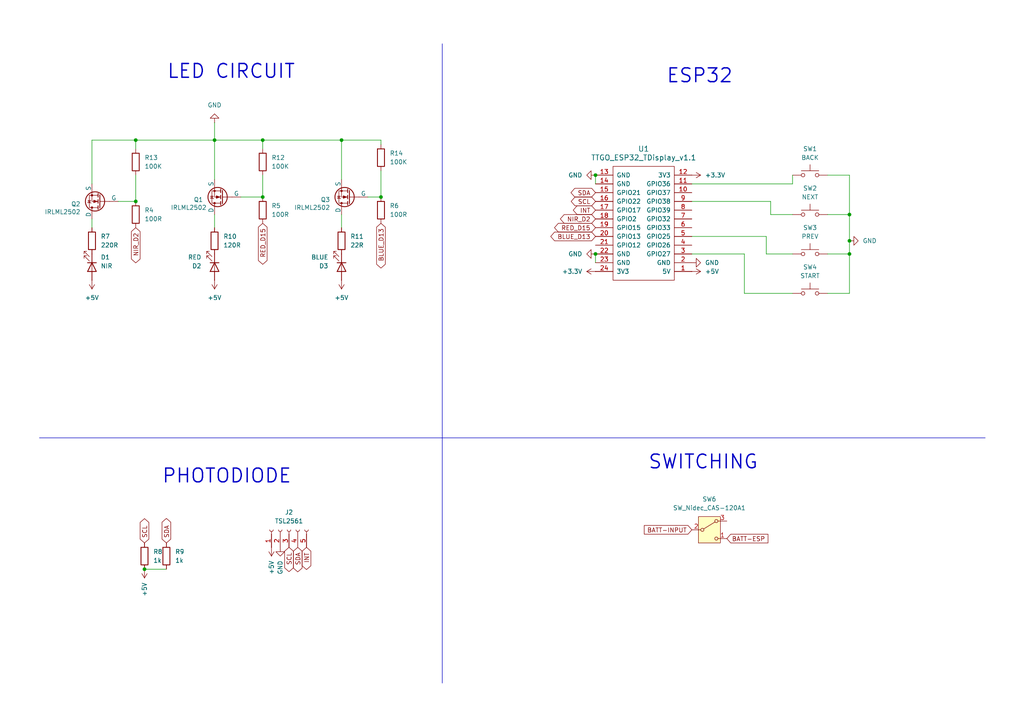
<source format=kicad_sch>
(kicad_sch
	(version 20250114)
	(generator "eeschema")
	(generator_version "9.0")
	(uuid "b5425a70-8c29-4395-bf46-bbfa71f1e22e")
	(paper "A4")
	(lib_symbols
		(symbol "1:TTGO_ESP32_TDisplay_v1.1"
			(pin_names
				(offset 1.016)
			)
			(exclude_from_sim no)
			(in_bom yes)
			(on_board yes)
			(property "Reference" "U1"
				(at 8.89 38.1 0)
				(effects
					(font
						(size 1.524 1.524)
					)
				)
			)
			(property "Value" "TTGO_ESP32_TDisplay_v1.1"
				(at 8.89 35.56 0)
				(effects
					(font
						(size 1.524 1.524)
					)
				)
			)
			(property "Footprint" "ESP32_DEVKITS:TTGO_ESP32_TDisplay_v1.1"
				(at 0 0 0)
				(effects
					(font
						(size 1.524 1.524)
					)
					(hide yes)
				)
			)
			(property "Datasheet" ""
				(at 0 0 0)
				(effects
					(font
						(size 1.524 1.524)
					)
					(hide yes)
				)
			)
			(property "Description" ""
				(at 0 0 0)
				(effects
					(font
						(size 1.27 1.27)
					)
					(hide yes)
				)
			)
			(symbol "TTGO_ESP32_TDisplay_v1.1_1_1"
				(rectangle
					(start 0 33.02)
					(end 17.78 0)
					(stroke
						(width 0)
						(type solid)
					)
					(fill
						(type none)
					)
				)
				(pin unspecified line
					(at -5.08 30.48 0)
					(length 5.08)
					(name "GND"
						(effects
							(font
								(size 1.27 1.27)
							)
						)
					)
					(number "13"
						(effects
							(font
								(size 1.27 1.27)
							)
						)
					)
				)
				(pin unspecified line
					(at -5.08 27.94 0)
					(length 5.08)
					(name "GND"
						(effects
							(font
								(size 1.27 1.27)
							)
						)
					)
					(number "14"
						(effects
							(font
								(size 1.27 1.27)
							)
						)
					)
				)
				(pin unspecified line
					(at -5.08 25.4 0)
					(length 5.08)
					(name "GPIO21"
						(effects
							(font
								(size 1.27 1.27)
							)
						)
					)
					(number "15"
						(effects
							(font
								(size 1.27 1.27)
							)
						)
					)
				)
				(pin unspecified line
					(at -5.08 22.86 0)
					(length 5.08)
					(name "GPIO22"
						(effects
							(font
								(size 1.27 1.27)
							)
						)
					)
					(number "16"
						(effects
							(font
								(size 1.27 1.27)
							)
						)
					)
				)
				(pin unspecified line
					(at -5.08 20.32 0)
					(length 5.08)
					(name "GPIO17"
						(effects
							(font
								(size 1.27 1.27)
							)
						)
					)
					(number "17"
						(effects
							(font
								(size 1.27 1.27)
							)
						)
					)
				)
				(pin unspecified line
					(at -5.08 17.78 0)
					(length 5.08)
					(name "GPIO2"
						(effects
							(font
								(size 1.27 1.27)
							)
						)
					)
					(number "18"
						(effects
							(font
								(size 1.27 1.27)
							)
						)
					)
				)
				(pin unspecified line
					(at -5.08 15.24 0)
					(length 5.08)
					(name "GPIO15"
						(effects
							(font
								(size 1.27 1.27)
							)
						)
					)
					(number "19"
						(effects
							(font
								(size 1.27 1.27)
							)
						)
					)
				)
				(pin unspecified line
					(at -5.08 12.7 0)
					(length 5.08)
					(name "GPIO13"
						(effects
							(font
								(size 1.27 1.27)
							)
						)
					)
					(number "20"
						(effects
							(font
								(size 1.27 1.27)
							)
						)
					)
				)
				(pin unspecified line
					(at -5.08 10.16 0)
					(length 5.08)
					(name "GPIO12"
						(effects
							(font
								(size 1.27 1.27)
							)
						)
					)
					(number "21"
						(effects
							(font
								(size 1.27 1.27)
							)
						)
					)
				)
				(pin unspecified line
					(at -5.08 7.62 0)
					(length 5.08)
					(name "GND"
						(effects
							(font
								(size 1.27 1.27)
							)
						)
					)
					(number "22"
						(effects
							(font
								(size 1.27 1.27)
							)
						)
					)
				)
				(pin unspecified line
					(at -5.08 5.08 0)
					(length 5.08)
					(name "GND"
						(effects
							(font
								(size 1.27 1.27)
							)
						)
					)
					(number "23"
						(effects
							(font
								(size 1.27 1.27)
							)
						)
					)
				)
				(pin unspecified line
					(at -5.08 2.54 0)
					(length 5.08)
					(name "3V3"
						(effects
							(font
								(size 1.27 1.27)
							)
						)
					)
					(number "24"
						(effects
							(font
								(size 1.27 1.27)
							)
						)
					)
				)
				(pin unspecified line
					(at 22.86 30.48 180)
					(length 5.08)
					(name "3V3"
						(effects
							(font
								(size 1.27 1.27)
							)
						)
					)
					(number "12"
						(effects
							(font
								(size 1.27 1.27)
							)
						)
					)
				)
				(pin unspecified line
					(at 22.86 27.94 180)
					(length 5.08)
					(name "GPIO36"
						(effects
							(font
								(size 1.27 1.27)
							)
						)
					)
					(number "11"
						(effects
							(font
								(size 1.27 1.27)
							)
						)
					)
				)
				(pin unspecified line
					(at 22.86 25.4 180)
					(length 5.08)
					(name "GPIO37"
						(effects
							(font
								(size 1.27 1.27)
							)
						)
					)
					(number "10"
						(effects
							(font
								(size 1.27 1.27)
							)
						)
					)
				)
				(pin unspecified line
					(at 22.86 22.86 180)
					(length 5.08)
					(name "GPIO38"
						(effects
							(font
								(size 1.27 1.27)
							)
						)
					)
					(number "9"
						(effects
							(font
								(size 1.27 1.27)
							)
						)
					)
				)
				(pin unspecified line
					(at 22.86 20.32 180)
					(length 5.08)
					(name "GPIO39"
						(effects
							(font
								(size 1.27 1.27)
							)
						)
					)
					(number "8"
						(effects
							(font
								(size 1.27 1.27)
							)
						)
					)
				)
				(pin unspecified line
					(at 22.86 17.78 180)
					(length 5.08)
					(name "GPIO32"
						(effects
							(font
								(size 1.27 1.27)
							)
						)
					)
					(number "7"
						(effects
							(font
								(size 1.27 1.27)
							)
						)
					)
				)
				(pin unspecified line
					(at 22.86 15.24 180)
					(length 5.08)
					(name "GPIO33"
						(effects
							(font
								(size 1.27 1.27)
							)
						)
					)
					(number "6"
						(effects
							(font
								(size 1.27 1.27)
							)
						)
					)
				)
				(pin unspecified line
					(at 22.86 12.7 180)
					(length 5.08)
					(name "GPIO25"
						(effects
							(font
								(size 1.27 1.27)
							)
						)
					)
					(number "5"
						(effects
							(font
								(size 1.27 1.27)
							)
						)
					)
				)
				(pin unspecified line
					(at 22.86 10.16 180)
					(length 5.08)
					(name "GPIO26"
						(effects
							(font
								(size 1.27 1.27)
							)
						)
					)
					(number "4"
						(effects
							(font
								(size 1.27 1.27)
							)
						)
					)
				)
				(pin unspecified line
					(at 22.86 7.62 180)
					(length 5.08)
					(name "GPIO27"
						(effects
							(font
								(size 1.27 1.27)
							)
						)
					)
					(number "3"
						(effects
							(font
								(size 1.27 1.27)
							)
						)
					)
				)
				(pin unspecified line
					(at 22.86 5.08 180)
					(length 5.08)
					(name "GND"
						(effects
							(font
								(size 1.27 1.27)
							)
						)
					)
					(number "2"
						(effects
							(font
								(size 1.27 1.27)
							)
						)
					)
				)
				(pin unspecified line
					(at 22.86 2.54 180)
					(length 5.08)
					(name "5V"
						(effects
							(font
								(size 1.27 1.27)
							)
						)
					)
					(number "1"
						(effects
							(font
								(size 1.27 1.27)
							)
						)
					)
				)
			)
			(embedded_fonts no)
		)
		(symbol "Connector:Conn_01x05_Socket"
			(pin_names
				(offset 1.016)
				(hide yes)
			)
			(exclude_from_sim no)
			(in_bom yes)
			(on_board yes)
			(property "Reference" "J"
				(at 0 7.62 0)
				(effects
					(font
						(size 1.27 1.27)
					)
				)
			)
			(property "Value" "Conn_01x05_Socket"
				(at 0 -7.62 0)
				(effects
					(font
						(size 1.27 1.27)
					)
				)
			)
			(property "Footprint" ""
				(at 0 0 0)
				(effects
					(font
						(size 1.27 1.27)
					)
					(hide yes)
				)
			)
			(property "Datasheet" "~"
				(at 0 0 0)
				(effects
					(font
						(size 1.27 1.27)
					)
					(hide yes)
				)
			)
			(property "Description" "Generic connector, single row, 01x05, script generated"
				(at 0 0 0)
				(effects
					(font
						(size 1.27 1.27)
					)
					(hide yes)
				)
			)
			(property "ki_locked" ""
				(at 0 0 0)
				(effects
					(font
						(size 1.27 1.27)
					)
				)
			)
			(property "ki_keywords" "connector"
				(at 0 0 0)
				(effects
					(font
						(size 1.27 1.27)
					)
					(hide yes)
				)
			)
			(property "ki_fp_filters" "Connector*:*_1x??_*"
				(at 0 0 0)
				(effects
					(font
						(size 1.27 1.27)
					)
					(hide yes)
				)
			)
			(symbol "Conn_01x05_Socket_1_1"
				(polyline
					(pts
						(xy -1.27 5.08) (xy -0.508 5.08)
					)
					(stroke
						(width 0.1524)
						(type default)
					)
					(fill
						(type none)
					)
				)
				(polyline
					(pts
						(xy -1.27 2.54) (xy -0.508 2.54)
					)
					(stroke
						(width 0.1524)
						(type default)
					)
					(fill
						(type none)
					)
				)
				(polyline
					(pts
						(xy -1.27 0) (xy -0.508 0)
					)
					(stroke
						(width 0.1524)
						(type default)
					)
					(fill
						(type none)
					)
				)
				(polyline
					(pts
						(xy -1.27 -2.54) (xy -0.508 -2.54)
					)
					(stroke
						(width 0.1524)
						(type default)
					)
					(fill
						(type none)
					)
				)
				(polyline
					(pts
						(xy -1.27 -5.08) (xy -0.508 -5.08)
					)
					(stroke
						(width 0.1524)
						(type default)
					)
					(fill
						(type none)
					)
				)
				(arc
					(start 0 4.572)
					(mid -0.5058 5.08)
					(end 0 5.588)
					(stroke
						(width 0.1524)
						(type default)
					)
					(fill
						(type none)
					)
				)
				(arc
					(start 0 2.032)
					(mid -0.5058 2.54)
					(end 0 3.048)
					(stroke
						(width 0.1524)
						(type default)
					)
					(fill
						(type none)
					)
				)
				(arc
					(start 0 -0.508)
					(mid -0.5058 0)
					(end 0 0.508)
					(stroke
						(width 0.1524)
						(type default)
					)
					(fill
						(type none)
					)
				)
				(arc
					(start 0 -3.048)
					(mid -0.5058 -2.54)
					(end 0 -2.032)
					(stroke
						(width 0.1524)
						(type default)
					)
					(fill
						(type none)
					)
				)
				(arc
					(start 0 -5.588)
					(mid -0.5058 -5.08)
					(end 0 -4.572)
					(stroke
						(width 0.1524)
						(type default)
					)
					(fill
						(type none)
					)
				)
				(pin passive line
					(at -5.08 5.08 0)
					(length 3.81)
					(name "Pin_1"
						(effects
							(font
								(size 1.27 1.27)
							)
						)
					)
					(number "1"
						(effects
							(font
								(size 1.27 1.27)
							)
						)
					)
				)
				(pin passive line
					(at -5.08 2.54 0)
					(length 3.81)
					(name "Pin_2"
						(effects
							(font
								(size 1.27 1.27)
							)
						)
					)
					(number "2"
						(effects
							(font
								(size 1.27 1.27)
							)
						)
					)
				)
				(pin passive line
					(at -5.08 0 0)
					(length 3.81)
					(name "Pin_3"
						(effects
							(font
								(size 1.27 1.27)
							)
						)
					)
					(number "3"
						(effects
							(font
								(size 1.27 1.27)
							)
						)
					)
				)
				(pin passive line
					(at -5.08 -2.54 0)
					(length 3.81)
					(name "Pin_4"
						(effects
							(font
								(size 1.27 1.27)
							)
						)
					)
					(number "4"
						(effects
							(font
								(size 1.27 1.27)
							)
						)
					)
				)
				(pin passive line
					(at -5.08 -5.08 0)
					(length 3.81)
					(name "Pin_5"
						(effects
							(font
								(size 1.27 1.27)
							)
						)
					)
					(number "5"
						(effects
							(font
								(size 1.27 1.27)
							)
						)
					)
				)
			)
			(embedded_fonts no)
		)
		(symbol "Device:LED"
			(pin_numbers
				(hide yes)
			)
			(pin_names
				(offset 1.016)
				(hide yes)
			)
			(exclude_from_sim no)
			(in_bom yes)
			(on_board yes)
			(property "Reference" "D"
				(at 0 2.54 0)
				(effects
					(font
						(size 1.27 1.27)
					)
				)
			)
			(property "Value" "LED"
				(at 0 -2.54 0)
				(effects
					(font
						(size 1.27 1.27)
					)
				)
			)
			(property "Footprint" ""
				(at 0 0 0)
				(effects
					(font
						(size 1.27 1.27)
					)
					(hide yes)
				)
			)
			(property "Datasheet" "~"
				(at 0 0 0)
				(effects
					(font
						(size 1.27 1.27)
					)
					(hide yes)
				)
			)
			(property "Description" "Light emitting diode"
				(at 0 0 0)
				(effects
					(font
						(size 1.27 1.27)
					)
					(hide yes)
				)
			)
			(property "Sim.Pins" "1=K 2=A"
				(at 0 0 0)
				(effects
					(font
						(size 1.27 1.27)
					)
					(hide yes)
				)
			)
			(property "ki_keywords" "LED diode"
				(at 0 0 0)
				(effects
					(font
						(size 1.27 1.27)
					)
					(hide yes)
				)
			)
			(property "ki_fp_filters" "LED* LED_SMD:* LED_THT:*"
				(at 0 0 0)
				(effects
					(font
						(size 1.27 1.27)
					)
					(hide yes)
				)
			)
			(symbol "LED_0_1"
				(polyline
					(pts
						(xy -3.048 -0.762) (xy -4.572 -2.286) (xy -3.81 -2.286) (xy -4.572 -2.286) (xy -4.572 -1.524)
					)
					(stroke
						(width 0)
						(type default)
					)
					(fill
						(type none)
					)
				)
				(polyline
					(pts
						(xy -1.778 -0.762) (xy -3.302 -2.286) (xy -2.54 -2.286) (xy -3.302 -2.286) (xy -3.302 -1.524)
					)
					(stroke
						(width 0)
						(type default)
					)
					(fill
						(type none)
					)
				)
				(polyline
					(pts
						(xy -1.27 0) (xy 1.27 0)
					)
					(stroke
						(width 0)
						(type default)
					)
					(fill
						(type none)
					)
				)
				(polyline
					(pts
						(xy -1.27 -1.27) (xy -1.27 1.27)
					)
					(stroke
						(width 0.254)
						(type default)
					)
					(fill
						(type none)
					)
				)
				(polyline
					(pts
						(xy 1.27 -1.27) (xy 1.27 1.27) (xy -1.27 0) (xy 1.27 -1.27)
					)
					(stroke
						(width 0.254)
						(type default)
					)
					(fill
						(type none)
					)
				)
			)
			(symbol "LED_1_1"
				(pin passive line
					(at -3.81 0 0)
					(length 2.54)
					(name "K"
						(effects
							(font
								(size 1.27 1.27)
							)
						)
					)
					(number "1"
						(effects
							(font
								(size 1.27 1.27)
							)
						)
					)
				)
				(pin passive line
					(at 3.81 0 180)
					(length 2.54)
					(name "A"
						(effects
							(font
								(size 1.27 1.27)
							)
						)
					)
					(number "2"
						(effects
							(font
								(size 1.27 1.27)
							)
						)
					)
				)
			)
			(embedded_fonts no)
		)
		(symbol "Device:R"
			(pin_numbers
				(hide yes)
			)
			(pin_names
				(offset 0)
			)
			(exclude_from_sim no)
			(in_bom yes)
			(on_board yes)
			(property "Reference" "R"
				(at 2.032 0 90)
				(effects
					(font
						(size 1.27 1.27)
					)
				)
			)
			(property "Value" "R"
				(at 0 0 90)
				(effects
					(font
						(size 1.27 1.27)
					)
				)
			)
			(property "Footprint" ""
				(at -1.778 0 90)
				(effects
					(font
						(size 1.27 1.27)
					)
					(hide yes)
				)
			)
			(property "Datasheet" "~"
				(at 0 0 0)
				(effects
					(font
						(size 1.27 1.27)
					)
					(hide yes)
				)
			)
			(property "Description" "Resistor"
				(at 0 0 0)
				(effects
					(font
						(size 1.27 1.27)
					)
					(hide yes)
				)
			)
			(property "ki_keywords" "R res resistor"
				(at 0 0 0)
				(effects
					(font
						(size 1.27 1.27)
					)
					(hide yes)
				)
			)
			(property "ki_fp_filters" "R_*"
				(at 0 0 0)
				(effects
					(font
						(size 1.27 1.27)
					)
					(hide yes)
				)
			)
			(symbol "R_0_1"
				(rectangle
					(start -1.016 -2.54)
					(end 1.016 2.54)
					(stroke
						(width 0.254)
						(type default)
					)
					(fill
						(type none)
					)
				)
			)
			(symbol "R_1_1"
				(pin passive line
					(at 0 3.81 270)
					(length 1.27)
					(name "~"
						(effects
							(font
								(size 1.27 1.27)
							)
						)
					)
					(number "1"
						(effects
							(font
								(size 1.27 1.27)
							)
						)
					)
				)
				(pin passive line
					(at 0 -3.81 90)
					(length 1.27)
					(name "~"
						(effects
							(font
								(size 1.27 1.27)
							)
						)
					)
					(number "2"
						(effects
							(font
								(size 1.27 1.27)
							)
						)
					)
				)
			)
			(embedded_fonts no)
		)
		(symbol "NMOS_1"
			(pin_numbers
				(hide yes)
			)
			(pin_names
				(offset 0)
			)
			(exclude_from_sim no)
			(in_bom yes)
			(on_board yes)
			(property "Reference" "Q1"
				(at 5.842 0.762 0)
				(effects
					(font
						(size 1.27 1.27)
					)
					(justify left)
				)
			)
			(property "Value" "IRLML2502"
				(at 5.842 3.048 0)
				(effects
					(font
						(size 1.27 1.27)
					)
					(justify left)
				)
			)
			(property "Footprint" "Package_TO_SOT_SMD:TSOT-23"
				(at 5.08 2.54 0)
				(effects
					(font
						(size 1.27 1.27)
					)
					(hide yes)
				)
			)
			(property "Datasheet" "https://ngspice.sourceforge.io/docs/ngspice-html-manual/manual.xhtml#cha_MOSFETs"
				(at 0 -12.7 0)
				(effects
					(font
						(size 1.27 1.27)
					)
					(hide yes)
				)
			)
			(property "Description" "N-MOSFET transistor, drain/source/gate"
				(at 0 0 0)
				(effects
					(font
						(size 1.27 1.27)
					)
					(hide yes)
				)
			)
			(property "Sim.Device" "NMOS"
				(at 0 -17.145 0)
				(effects
					(font
						(size 1.27 1.27)
					)
					(hide yes)
				)
			)
			(property "Sim.Type" "VDMOS"
				(at 0 -19.05 0)
				(effects
					(font
						(size 1.27 1.27)
					)
					(hide yes)
				)
			)
			(property "Sim.Pins" "1=D 2=G 3=S"
				(at 0 -15.24 0)
				(effects
					(font
						(size 1.27 1.27)
					)
					(hide yes)
				)
			)
			(property "ki_keywords" "transistor NMOS N-MOS N-MOSFET simulation"
				(at 0 0 0)
				(effects
					(font
						(size 1.27 1.27)
					)
					(hide yes)
				)
			)
			(symbol "NMOS_1_0_1"
				(polyline
					(pts
						(xy 0.254 1.905) (xy 0.254 -1.905)
					)
					(stroke
						(width 0.254)
						(type default)
					)
					(fill
						(type none)
					)
				)
				(polyline
					(pts
						(xy 0.254 0) (xy -2.54 0)
					)
					(stroke
						(width 0)
						(type default)
					)
					(fill
						(type none)
					)
				)
				(polyline
					(pts
						(xy 0.762 2.286) (xy 0.762 1.27)
					)
					(stroke
						(width 0.254)
						(type default)
					)
					(fill
						(type none)
					)
				)
				(polyline
					(pts
						(xy 0.762 0.508) (xy 0.762 -0.508)
					)
					(stroke
						(width 0.254)
						(type default)
					)
					(fill
						(type none)
					)
				)
				(polyline
					(pts
						(xy 0.762 -1.27) (xy 0.762 -2.286)
					)
					(stroke
						(width 0.254)
						(type default)
					)
					(fill
						(type none)
					)
				)
				(polyline
					(pts
						(xy 0.762 -1.778) (xy 3.302 -1.778) (xy 3.302 1.778) (xy 0.762 1.778)
					)
					(stroke
						(width 0)
						(type default)
					)
					(fill
						(type none)
					)
				)
				(polyline
					(pts
						(xy 1.016 0) (xy 2.032 0.381) (xy 2.032 -0.381) (xy 1.016 0)
					)
					(stroke
						(width 0)
						(type default)
					)
					(fill
						(type outline)
					)
				)
				(circle
					(center 1.651 0)
					(radius 2.794)
					(stroke
						(width 0.254)
						(type default)
					)
					(fill
						(type none)
					)
				)
				(polyline
					(pts
						(xy 2.54 2.54) (xy 2.54 1.778)
					)
					(stroke
						(width 0)
						(type default)
					)
					(fill
						(type none)
					)
				)
				(circle
					(center 2.54 1.778)
					(radius 0.254)
					(stroke
						(width 0)
						(type default)
					)
					(fill
						(type outline)
					)
				)
				(circle
					(center 2.54 -1.778)
					(radius 0.254)
					(stroke
						(width 0)
						(type default)
					)
					(fill
						(type outline)
					)
				)
				(polyline
					(pts
						(xy 2.54 -2.54) (xy 2.54 0) (xy 0.762 0)
					)
					(stroke
						(width 0)
						(type default)
					)
					(fill
						(type none)
					)
				)
				(polyline
					(pts
						(xy 2.794 0.508) (xy 2.921 0.381) (xy 3.683 0.381) (xy 3.81 0.254)
					)
					(stroke
						(width 0)
						(type default)
					)
					(fill
						(type none)
					)
				)
				(polyline
					(pts
						(xy 3.302 0.381) (xy 2.921 -0.254) (xy 3.683 -0.254) (xy 3.302 0.381)
					)
					(stroke
						(width 0)
						(type default)
					)
					(fill
						(type none)
					)
				)
			)
			(symbol "NMOS_1_1_1"
				(pin input line
					(at -5.08 0 0)
					(length 2.54)
					(name "G"
						(effects
							(font
								(size 1.27 1.27)
							)
						)
					)
					(number "1"
						(effects
							(font
								(size 1.27 1.27)
							)
						)
					)
				)
				(pin passive line
					(at 2.54 5.08 270)
					(length 2.54)
					(name "D"
						(effects
							(font
								(size 1.27 1.27)
							)
						)
					)
					(number "3"
						(effects
							(font
								(size 1.27 1.27)
							)
						)
					)
				)
				(pin passive line
					(at 2.54 -5.08 90)
					(length 2.54)
					(name "S"
						(effects
							(font
								(size 1.27 1.27)
							)
						)
					)
					(number "2"
						(effects
							(font
								(size 1.27 1.27)
							)
						)
					)
				)
			)
			(embedded_fonts no)
		)
		(symbol "NMOS_2"
			(pin_numbers
				(hide yes)
			)
			(pin_names
				(offset 0)
			)
			(exclude_from_sim no)
			(in_bom yes)
			(on_board yes)
			(property "Reference" "Q2"
				(at 5.842 0.762 0)
				(effects
					(font
						(size 1.27 1.27)
					)
					(justify left)
				)
			)
			(property "Value" "IRLML2502"
				(at 5.842 3.048 0)
				(effects
					(font
						(size 1.27 1.27)
					)
					(justify left)
				)
			)
			(property "Footprint" "Package_TO_SOT_SMD:TSOT-23"
				(at 5.08 2.54 0)
				(effects
					(font
						(size 1.27 1.27)
					)
					(hide yes)
				)
			)
			(property "Datasheet" "https://ngspice.sourceforge.io/docs/ngspice-html-manual/manual.xhtml#cha_MOSFETs"
				(at 0 -12.7 0)
				(effects
					(font
						(size 1.27 1.27)
					)
					(hide yes)
				)
			)
			(property "Description" "N-MOSFET transistor, drain/source/gate"
				(at 0 0 0)
				(effects
					(font
						(size 1.27 1.27)
					)
					(hide yes)
				)
			)
			(property "Sim.Device" "NMOS"
				(at 0 -17.145 0)
				(effects
					(font
						(size 1.27 1.27)
					)
					(hide yes)
				)
			)
			(property "Sim.Type" "VDMOS"
				(at 0 -19.05 0)
				(effects
					(font
						(size 1.27 1.27)
					)
					(hide yes)
				)
			)
			(property "Sim.Pins" "1=D 2=G 3=S"
				(at 0 -15.24 0)
				(effects
					(font
						(size 1.27 1.27)
					)
					(hide yes)
				)
			)
			(property "ki_keywords" "transistor NMOS N-MOS N-MOSFET simulation"
				(at 0 0 0)
				(effects
					(font
						(size 1.27 1.27)
					)
					(hide yes)
				)
			)
			(symbol "NMOS_2_0_1"
				(polyline
					(pts
						(xy 0.254 1.905) (xy 0.254 -1.905)
					)
					(stroke
						(width 0.254)
						(type default)
					)
					(fill
						(type none)
					)
				)
				(polyline
					(pts
						(xy 0.254 0) (xy -2.54 0)
					)
					(stroke
						(width 0)
						(type default)
					)
					(fill
						(type none)
					)
				)
				(polyline
					(pts
						(xy 0.762 2.286) (xy 0.762 1.27)
					)
					(stroke
						(width 0.254)
						(type default)
					)
					(fill
						(type none)
					)
				)
				(polyline
					(pts
						(xy 0.762 0.508) (xy 0.762 -0.508)
					)
					(stroke
						(width 0.254)
						(type default)
					)
					(fill
						(type none)
					)
				)
				(polyline
					(pts
						(xy 0.762 -1.27) (xy 0.762 -2.286)
					)
					(stroke
						(width 0.254)
						(type default)
					)
					(fill
						(type none)
					)
				)
				(polyline
					(pts
						(xy 0.762 -1.778) (xy 3.302 -1.778) (xy 3.302 1.778) (xy 0.762 1.778)
					)
					(stroke
						(width 0)
						(type default)
					)
					(fill
						(type none)
					)
				)
				(polyline
					(pts
						(xy 1.016 0) (xy 2.032 0.381) (xy 2.032 -0.381) (xy 1.016 0)
					)
					(stroke
						(width 0)
						(type default)
					)
					(fill
						(type outline)
					)
				)
				(circle
					(center 1.651 0)
					(radius 2.794)
					(stroke
						(width 0.254)
						(type default)
					)
					(fill
						(type none)
					)
				)
				(polyline
					(pts
						(xy 2.54 2.54) (xy 2.54 1.778)
					)
					(stroke
						(width 0)
						(type default)
					)
					(fill
						(type none)
					)
				)
				(circle
					(center 2.54 1.778)
					(radius 0.254)
					(stroke
						(width 0)
						(type default)
					)
					(fill
						(type outline)
					)
				)
				(circle
					(center 2.54 -1.778)
					(radius 0.254)
					(stroke
						(width 0)
						(type default)
					)
					(fill
						(type outline)
					)
				)
				(polyline
					(pts
						(xy 2.54 -2.54) (xy 2.54 0) (xy 0.762 0)
					)
					(stroke
						(width 0)
						(type default)
					)
					(fill
						(type none)
					)
				)
				(polyline
					(pts
						(xy 2.794 0.508) (xy 2.921 0.381) (xy 3.683 0.381) (xy 3.81 0.254)
					)
					(stroke
						(width 0)
						(type default)
					)
					(fill
						(type none)
					)
				)
				(polyline
					(pts
						(xy 3.302 0.381) (xy 2.921 -0.254) (xy 3.683 -0.254) (xy 3.302 0.381)
					)
					(stroke
						(width 0)
						(type default)
					)
					(fill
						(type none)
					)
				)
			)
			(symbol "NMOS_2_1_1"
				(pin input line
					(at -5.08 0 0)
					(length 2.54)
					(name "G"
						(effects
							(font
								(size 1.27 1.27)
							)
						)
					)
					(number "1"
						(effects
							(font
								(size 1.27 1.27)
							)
						)
					)
				)
				(pin passive line
					(at 2.54 5.08 270)
					(length 2.54)
					(name "D"
						(effects
							(font
								(size 1.27 1.27)
							)
						)
					)
					(number "3"
						(effects
							(font
								(size 1.27 1.27)
							)
						)
					)
				)
				(pin passive line
					(at 2.54 -5.08 90)
					(length 2.54)
					(name "S"
						(effects
							(font
								(size 1.27 1.27)
							)
						)
					)
					(number "2"
						(effects
							(font
								(size 1.27 1.27)
							)
						)
					)
				)
			)
			(embedded_fonts no)
		)
		(symbol "NMOS_3"
			(pin_numbers
				(hide yes)
			)
			(pin_names
				(offset 0)
			)
			(exclude_from_sim no)
			(in_bom yes)
			(on_board yes)
			(property "Reference" "Q3"
				(at 5.842 0.762 0)
				(effects
					(font
						(size 1.27 1.27)
					)
					(justify left)
				)
			)
			(property "Value" "IRLML2502"
				(at 5.842 3.048 0)
				(effects
					(font
						(size 1.27 1.27)
					)
					(justify left)
				)
			)
			(property "Footprint" "Package_TO_SOT_SMD:TSOT-23"
				(at 5.08 2.54 0)
				(effects
					(font
						(size 1.27 1.27)
					)
					(hide yes)
				)
			)
			(property "Datasheet" "https://ngspice.sourceforge.io/docs/ngspice-html-manual/manual.xhtml#cha_MOSFETs"
				(at 0 -12.7 0)
				(effects
					(font
						(size 1.27 1.27)
					)
					(hide yes)
				)
			)
			(property "Description" "N-MOSFET transistor, drain/source/gate"
				(at 0 0 0)
				(effects
					(font
						(size 1.27 1.27)
					)
					(hide yes)
				)
			)
			(property "Sim.Device" "NMOS"
				(at 0 -17.145 0)
				(effects
					(font
						(size 1.27 1.27)
					)
					(hide yes)
				)
			)
			(property "Sim.Type" "VDMOS"
				(at 0 -19.05 0)
				(effects
					(font
						(size 1.27 1.27)
					)
					(hide yes)
				)
			)
			(property "Sim.Pins" "1=D 2=G 3=S"
				(at 0 -15.24 0)
				(effects
					(font
						(size 1.27 1.27)
					)
					(hide yes)
				)
			)
			(property "ki_keywords" "transistor NMOS N-MOS N-MOSFET simulation"
				(at 0 0 0)
				(effects
					(font
						(size 1.27 1.27)
					)
					(hide yes)
				)
			)
			(symbol "NMOS_3_0_1"
				(polyline
					(pts
						(xy 0.254 1.905) (xy 0.254 -1.905)
					)
					(stroke
						(width 0.254)
						(type default)
					)
					(fill
						(type none)
					)
				)
				(polyline
					(pts
						(xy 0.254 0) (xy -2.54 0)
					)
					(stroke
						(width 0)
						(type default)
					)
					(fill
						(type none)
					)
				)
				(polyline
					(pts
						(xy 0.762 2.286) (xy 0.762 1.27)
					)
					(stroke
						(width 0.254)
						(type default)
					)
					(fill
						(type none)
					)
				)
				(polyline
					(pts
						(xy 0.762 0.508) (xy 0.762 -0.508)
					)
					(stroke
						(width 0.254)
						(type default)
					)
					(fill
						(type none)
					)
				)
				(polyline
					(pts
						(xy 0.762 -1.27) (xy 0.762 -2.286)
					)
					(stroke
						(width 0.254)
						(type default)
					)
					(fill
						(type none)
					)
				)
				(polyline
					(pts
						(xy 0.762 -1.778) (xy 3.302 -1.778) (xy 3.302 1.778) (xy 0.762 1.778)
					)
					(stroke
						(width 0)
						(type default)
					)
					(fill
						(type none)
					)
				)
				(polyline
					(pts
						(xy 1.016 0) (xy 2.032 0.381) (xy 2.032 -0.381) (xy 1.016 0)
					)
					(stroke
						(width 0)
						(type default)
					)
					(fill
						(type outline)
					)
				)
				(circle
					(center 1.651 0)
					(radius 2.794)
					(stroke
						(width 0.254)
						(type default)
					)
					(fill
						(type none)
					)
				)
				(polyline
					(pts
						(xy 2.54 2.54) (xy 2.54 1.778)
					)
					(stroke
						(width 0)
						(type default)
					)
					(fill
						(type none)
					)
				)
				(circle
					(center 2.54 1.778)
					(radius 0.254)
					(stroke
						(width 0)
						(type default)
					)
					(fill
						(type outline)
					)
				)
				(circle
					(center 2.54 -1.778)
					(radius 0.254)
					(stroke
						(width 0)
						(type default)
					)
					(fill
						(type outline)
					)
				)
				(polyline
					(pts
						(xy 2.54 -2.54) (xy 2.54 0) (xy 0.762 0)
					)
					(stroke
						(width 0)
						(type default)
					)
					(fill
						(type none)
					)
				)
				(polyline
					(pts
						(xy 2.794 0.508) (xy 2.921 0.381) (xy 3.683 0.381) (xy 3.81 0.254)
					)
					(stroke
						(width 0)
						(type default)
					)
					(fill
						(type none)
					)
				)
				(polyline
					(pts
						(xy 3.302 0.381) (xy 2.921 -0.254) (xy 3.683 -0.254) (xy 3.302 0.381)
					)
					(stroke
						(width 0)
						(type default)
					)
					(fill
						(type none)
					)
				)
			)
			(symbol "NMOS_3_1_1"
				(pin input line
					(at -5.08 0 0)
					(length 2.54)
					(name "G"
						(effects
							(font
								(size 1.27 1.27)
							)
						)
					)
					(number "1"
						(effects
							(font
								(size 1.27 1.27)
							)
						)
					)
				)
				(pin passive line
					(at 2.54 5.08 270)
					(length 2.54)
					(name "D"
						(effects
							(font
								(size 1.27 1.27)
							)
						)
					)
					(number "3"
						(effects
							(font
								(size 1.27 1.27)
							)
						)
					)
				)
				(pin passive line
					(at 2.54 -5.08 90)
					(length 2.54)
					(name "S"
						(effects
							(font
								(size 1.27 1.27)
							)
						)
					)
					(number "2"
						(effects
							(font
								(size 1.27 1.27)
							)
						)
					)
				)
			)
			(embedded_fonts no)
		)
		(symbol "Switch:SW_Nidec_CAS-120A1"
			(pin_names
				(offset 1)
				(hide yes)
			)
			(exclude_from_sim no)
			(in_bom yes)
			(on_board yes)
			(property "Reference" "SW"
				(at 0 4.318 0)
				(effects
					(font
						(size 1.27 1.27)
					)
				)
			)
			(property "Value" "SW_Nidec_CAS-120A1"
				(at 0 -5.08 0)
				(effects
					(font
						(size 1.27 1.27)
					)
				)
			)
			(property "Footprint" "Button_Switch_SMD:Nidec_Copal_CAS-120A"
				(at 0 -10.16 0)
				(effects
					(font
						(size 1.27 1.27)
					)
					(hide yes)
				)
			)
			(property "Datasheet" "https://www.nidec-components.com/e/catalog/switch/cas.pdf"
				(at 0 -7.62 0)
				(effects
					(font
						(size 1.27 1.27)
					)
					(hide yes)
				)
			)
			(property "Description" "Switch, single pole double throw"
				(at 0 0 0)
				(effects
					(font
						(size 1.27 1.27)
					)
					(hide yes)
				)
			)
			(property "ki_keywords" "switch single-pole double-throw spdt ON-ON"
				(at 0 0 0)
				(effects
					(font
						(size 1.27 1.27)
					)
					(hide yes)
				)
			)
			(property "ki_fp_filters" "*Nidec?Copal?CAS?120A*"
				(at 0 0 0)
				(effects
					(font
						(size 1.27 1.27)
					)
					(hide yes)
				)
			)
			(symbol "SW_Nidec_CAS-120A1_0_1"
				(circle
					(center -2.032 0)
					(radius 0.4572)
					(stroke
						(width 0)
						(type default)
					)
					(fill
						(type none)
					)
				)
				(polyline
					(pts
						(xy -1.651 0.254) (xy 1.651 2.286)
					)
					(stroke
						(width 0)
						(type default)
					)
					(fill
						(type none)
					)
				)
				(circle
					(center 2.032 2.54)
					(radius 0.4572)
					(stroke
						(width 0)
						(type default)
					)
					(fill
						(type none)
					)
				)
				(circle
					(center 2.032 -2.54)
					(radius 0.4572)
					(stroke
						(width 0)
						(type default)
					)
					(fill
						(type none)
					)
				)
			)
			(symbol "SW_Nidec_CAS-120A1_1_1"
				(rectangle
					(start -3.175 3.81)
					(end 3.175 -3.81)
					(stroke
						(width 0)
						(type default)
					)
					(fill
						(type background)
					)
				)
				(pin passive line
					(at -5.08 0 0)
					(length 2.54)
					(name "B"
						(effects
							(font
								(size 1.27 1.27)
							)
						)
					)
					(number "2"
						(effects
							(font
								(size 1.27 1.27)
							)
						)
					)
				)
				(pin passive line
					(at 5.08 2.54 180)
					(length 2.54)
					(name "A"
						(effects
							(font
								(size 1.27 1.27)
							)
						)
					)
					(number "3"
						(effects
							(font
								(size 1.27 1.27)
							)
						)
					)
				)
				(pin passive line
					(at 5.08 -2.54 180)
					(length 2.54)
					(name "C"
						(effects
							(font
								(size 1.27 1.27)
							)
						)
					)
					(number "1"
						(effects
							(font
								(size 1.27 1.27)
							)
						)
					)
				)
			)
			(embedded_fonts no)
		)
		(symbol "Switch:SW_Omron_B3FS"
			(pin_numbers
				(hide yes)
			)
			(pin_names
				(offset 1.016)
				(hide yes)
			)
			(exclude_from_sim no)
			(in_bom yes)
			(on_board yes)
			(property "Reference" "SW"
				(at 1.27 2.54 0)
				(effects
					(font
						(size 1.27 1.27)
					)
					(justify left)
				)
			)
			(property "Value" "SW_Omron_B3FS"
				(at 0 -1.524 0)
				(effects
					(font
						(size 1.27 1.27)
					)
				)
			)
			(property "Footprint" ""
				(at 0 5.08 0)
				(effects
					(font
						(size 1.27 1.27)
					)
					(hide yes)
				)
			)
			(property "Datasheet" "https://omronfs.omron.com/en_US/ecb/products/pdf/en-b3fs.pdf"
				(at 0 5.08 0)
				(effects
					(font
						(size 1.27 1.27)
					)
					(hide yes)
				)
			)
			(property "Description" "Omron B3FS 6x6mm single pole normally-open tactile switch"
				(at 0 0 0)
				(effects
					(font
						(size 1.27 1.27)
					)
					(hide yes)
				)
			)
			(property "ki_keywords" "switch normally-open pushbutton push-button"
				(at 0 0 0)
				(effects
					(font
						(size 1.27 1.27)
					)
					(hide yes)
				)
			)
			(property "ki_fp_filters" "SW*Omron*B3FS*"
				(at 0 0 0)
				(effects
					(font
						(size 1.27 1.27)
					)
					(hide yes)
				)
			)
			(symbol "SW_Omron_B3FS_0_1"
				(circle
					(center -2.032 0)
					(radius 0.508)
					(stroke
						(width 0)
						(type default)
					)
					(fill
						(type none)
					)
				)
				(polyline
					(pts
						(xy 0 1.27) (xy 0 3.048)
					)
					(stroke
						(width 0)
						(type default)
					)
					(fill
						(type none)
					)
				)
				(circle
					(center 2.032 0)
					(radius 0.508)
					(stroke
						(width 0)
						(type default)
					)
					(fill
						(type none)
					)
				)
				(polyline
					(pts
						(xy 2.54 1.27) (xy -2.54 1.27)
					)
					(stroke
						(width 0)
						(type default)
					)
					(fill
						(type none)
					)
				)
				(pin passive line
					(at -5.08 0 0)
					(length 2.54)
					(name "1"
						(effects
							(font
								(size 1.27 1.27)
							)
						)
					)
					(number "1"
						(effects
							(font
								(size 1.27 1.27)
							)
						)
					)
				)
				(pin passive line
					(at 5.08 0 180)
					(length 2.54)
					(name "2"
						(effects
							(font
								(size 1.27 1.27)
							)
						)
					)
					(number "2"
						(effects
							(font
								(size 1.27 1.27)
							)
						)
					)
				)
			)
			(embedded_fonts no)
		)
		(symbol "power:+3.3V"
			(power)
			(pin_numbers
				(hide yes)
			)
			(pin_names
				(offset 0)
				(hide yes)
			)
			(exclude_from_sim no)
			(in_bom yes)
			(on_board yes)
			(property "Reference" "#PWR"
				(at 0 -3.81 0)
				(effects
					(font
						(size 1.27 1.27)
					)
					(hide yes)
				)
			)
			(property "Value" "+3.3V"
				(at 0 3.556 0)
				(effects
					(font
						(size 1.27 1.27)
					)
				)
			)
			(property "Footprint" ""
				(at 0 0 0)
				(effects
					(font
						(size 1.27 1.27)
					)
					(hide yes)
				)
			)
			(property "Datasheet" ""
				(at 0 0 0)
				(effects
					(font
						(size 1.27 1.27)
					)
					(hide yes)
				)
			)
			(property "Description" "Power symbol creates a global label with name \"+3.3V\""
				(at 0 0 0)
				(effects
					(font
						(size 1.27 1.27)
					)
					(hide yes)
				)
			)
			(property "ki_keywords" "global power"
				(at 0 0 0)
				(effects
					(font
						(size 1.27 1.27)
					)
					(hide yes)
				)
			)
			(symbol "+3.3V_0_1"
				(polyline
					(pts
						(xy -0.762 1.27) (xy 0 2.54)
					)
					(stroke
						(width 0)
						(type default)
					)
					(fill
						(type none)
					)
				)
				(polyline
					(pts
						(xy 0 2.54) (xy 0.762 1.27)
					)
					(stroke
						(width 0)
						(type default)
					)
					(fill
						(type none)
					)
				)
				(polyline
					(pts
						(xy 0 0) (xy 0 2.54)
					)
					(stroke
						(width 0)
						(type default)
					)
					(fill
						(type none)
					)
				)
			)
			(symbol "+3.3V_1_1"
				(pin power_in line
					(at 0 0 90)
					(length 0)
					(name "~"
						(effects
							(font
								(size 1.27 1.27)
							)
						)
					)
					(number "1"
						(effects
							(font
								(size 1.27 1.27)
							)
						)
					)
				)
			)
			(embedded_fonts no)
		)
		(symbol "power:+5V"
			(power)
			(pin_numbers
				(hide yes)
			)
			(pin_names
				(offset 0)
				(hide yes)
			)
			(exclude_from_sim no)
			(in_bom yes)
			(on_board yes)
			(property "Reference" "#PWR"
				(at 0 -3.81 0)
				(effects
					(font
						(size 1.27 1.27)
					)
					(hide yes)
				)
			)
			(property "Value" "+5V"
				(at 0 3.556 0)
				(effects
					(font
						(size 1.27 1.27)
					)
				)
			)
			(property "Footprint" ""
				(at 0 0 0)
				(effects
					(font
						(size 1.27 1.27)
					)
					(hide yes)
				)
			)
			(property "Datasheet" ""
				(at 0 0 0)
				(effects
					(font
						(size 1.27 1.27)
					)
					(hide yes)
				)
			)
			(property "Description" "Power symbol creates a global label with name \"+5V\""
				(at 0 0 0)
				(effects
					(font
						(size 1.27 1.27)
					)
					(hide yes)
				)
			)
			(property "ki_keywords" "global power"
				(at 0 0 0)
				(effects
					(font
						(size 1.27 1.27)
					)
					(hide yes)
				)
			)
			(symbol "+5V_0_1"
				(polyline
					(pts
						(xy -0.762 1.27) (xy 0 2.54)
					)
					(stroke
						(width 0)
						(type default)
					)
					(fill
						(type none)
					)
				)
				(polyline
					(pts
						(xy 0 2.54) (xy 0.762 1.27)
					)
					(stroke
						(width 0)
						(type default)
					)
					(fill
						(type none)
					)
				)
				(polyline
					(pts
						(xy 0 0) (xy 0 2.54)
					)
					(stroke
						(width 0)
						(type default)
					)
					(fill
						(type none)
					)
				)
			)
			(symbol "+5V_1_1"
				(pin power_in line
					(at 0 0 90)
					(length 0)
					(name "~"
						(effects
							(font
								(size 1.27 1.27)
							)
						)
					)
					(number "1"
						(effects
							(font
								(size 1.27 1.27)
							)
						)
					)
				)
			)
			(embedded_fonts no)
		)
		(symbol "power:GND"
			(power)
			(pin_numbers
				(hide yes)
			)
			(pin_names
				(offset 0)
				(hide yes)
			)
			(exclude_from_sim no)
			(in_bom yes)
			(on_board yes)
			(property "Reference" "#PWR"
				(at 0 -6.35 0)
				(effects
					(font
						(size 1.27 1.27)
					)
					(hide yes)
				)
			)
			(property "Value" "GND"
				(at 0 -3.81 0)
				(effects
					(font
						(size 1.27 1.27)
					)
				)
			)
			(property "Footprint" ""
				(at 0 0 0)
				(effects
					(font
						(size 1.27 1.27)
					)
					(hide yes)
				)
			)
			(property "Datasheet" ""
				(at 0 0 0)
				(effects
					(font
						(size 1.27 1.27)
					)
					(hide yes)
				)
			)
			(property "Description" "Power symbol creates a global label with name \"GND\" , ground"
				(at 0 0 0)
				(effects
					(font
						(size 1.27 1.27)
					)
					(hide yes)
				)
			)
			(property "ki_keywords" "global power"
				(at 0 0 0)
				(effects
					(font
						(size 1.27 1.27)
					)
					(hide yes)
				)
			)
			(symbol "GND_0_1"
				(polyline
					(pts
						(xy 0 0) (xy 0 -1.27) (xy 1.27 -1.27) (xy 0 -2.54) (xy -1.27 -1.27) (xy 0 -1.27)
					)
					(stroke
						(width 0)
						(type default)
					)
					(fill
						(type none)
					)
				)
			)
			(symbol "GND_1_1"
				(pin power_in line
					(at 0 0 270)
					(length 0)
					(name "~"
						(effects
							(font
								(size 1.27 1.27)
							)
						)
					)
					(number "1"
						(effects
							(font
								(size 1.27 1.27)
							)
						)
					)
				)
			)
			(embedded_fonts no)
		)
	)
	(text "SWITCHING"
		(exclude_from_sim no)
		(at 203.962 134.112 0)
		(effects
			(font
				(size 4 4)
				(thickness 0.4)
				(bold yes)
			)
		)
		(uuid "3e17997a-304e-4fad-9f39-f3811319b4e5")
	)
	(text "PHOTODIODE"
		(exclude_from_sim no)
		(at 65.786 138.176 0)
		(effects
			(font
				(size 4 4)
				(thickness 0.4)
				(bold yes)
			)
		)
		(uuid "7764d639-34b6-403d-81c2-3ae7e594b173")
	)
	(text "LED CIRCUIT"
		(exclude_from_sim no)
		(at 67.056 20.828 0)
		(effects
			(font
				(size 4 4)
				(thickness 0.4)
				(bold yes)
			)
		)
		(uuid "d958027e-8068-456a-b9af-0850da84a161")
	)
	(text "ESP32\n"
		(exclude_from_sim no)
		(at 202.946 22.098 0)
		(effects
			(font
				(size 4 4)
				(thickness 0.4)
				(bold yes)
			)
		)
		(uuid "e2203f61-8af5-4e70-8cc8-5f6a42d0bc76")
	)
	(junction
		(at 246.38 69.85)
		(diameter 0)
		(color 0 0 0 0)
		(uuid "3dcd19bc-d32c-40e5-bf01-ddbcd8f97fa4")
	)
	(junction
		(at 99.06 40.64)
		(diameter 0)
		(color 0 0 0 0)
		(uuid "48e56288-49ed-4fec-ac5f-276dfd38c8b6")
	)
	(junction
		(at 76.2 40.64)
		(diameter 0)
		(color 0 0 0 0)
		(uuid "506b200b-f6a1-4c8c-bc81-a76a2d6dfbe5")
	)
	(junction
		(at 246.38 73.66)
		(diameter 0)
		(color 0 0 0 0)
		(uuid "8d458958-d187-4e6f-b465-3d7b94eef2c3")
	)
	(junction
		(at 76.2 57.15)
		(diameter 0)
		(color 0 0 0 0)
		(uuid "9bc82b0e-2c10-45bf-b29b-4e5c0b838b5a")
	)
	(junction
		(at 246.38 62.23)
		(diameter 0)
		(color 0 0 0 0)
		(uuid "a29032ac-6ca2-46b2-964c-9ada7a589673")
	)
	(junction
		(at 110.49 57.15)
		(diameter 0)
		(color 0 0 0 0)
		(uuid "d050bd02-1118-41d5-abd7-9bba2b83484d")
	)
	(junction
		(at 39.37 58.42)
		(diameter 0)
		(color 0 0 0 0)
		(uuid "d5ca742f-adfa-4961-9095-edc8ac42c8a5")
	)
	(junction
		(at 172.72 50.8)
		(diameter 0)
		(color 0 0 0 0)
		(uuid "d61c84b9-df74-4411-9d2d-f63e65a03e2b")
	)
	(junction
		(at 41.91 165.1)
		(diameter 0)
		(color 0 0 0 0)
		(uuid "de5f2d0e-3c04-49b0-9380-e0ae9f44b8c4")
	)
	(junction
		(at 39.37 40.64)
		(diameter 0)
		(color 0 0 0 0)
		(uuid "f3753674-7a90-40a4-905f-05afc30bf037")
	)
	(junction
		(at 62.23 40.64)
		(diameter 0)
		(color 0 0 0 0)
		(uuid "f880dd89-df10-4389-b7df-51d302ca804c")
	)
	(junction
		(at 172.72 73.66)
		(diameter 0)
		(color 0 0 0 0)
		(uuid "fb8f8de1-5b0e-4e43-b6da-4fc6945b2bee")
	)
	(wire
		(pts
			(xy 222.25 68.58) (xy 222.25 73.66)
		)
		(stroke
			(width 0)
			(type default)
		)
		(uuid "051d0b8c-c954-40f7-ad1d-ff8351031587")
	)
	(wire
		(pts
			(xy 246.38 62.23) (xy 246.38 69.85)
		)
		(stroke
			(width 0)
			(type default)
		)
		(uuid "0e8d9844-23d8-4777-b8de-7aefe582978d")
	)
	(wire
		(pts
			(xy 62.23 35.56) (xy 62.23 40.64)
		)
		(stroke
			(width 0)
			(type default)
		)
		(uuid "1df3c3af-7440-492e-af3f-526257bce1cb")
	)
	(wire
		(pts
			(xy 69.85 57.15) (xy 76.2 57.15)
		)
		(stroke
			(width 0)
			(type default)
		)
		(uuid "2fb9d5b2-7f27-40a2-8fb0-06ab98c57ede")
	)
	(wire
		(pts
			(xy 41.91 165.1) (xy 48.26 165.1)
		)
		(stroke
			(width 0)
			(type default)
		)
		(uuid "36959b36-2322-457a-a66e-862e86fac4a5")
	)
	(wire
		(pts
			(xy 62.23 66.04) (xy 62.23 62.23)
		)
		(stroke
			(width 0)
			(type default)
		)
		(uuid "36c9f42f-aa91-472c-abf8-02c23588e962")
	)
	(wire
		(pts
			(xy 39.37 43.18) (xy 39.37 40.64)
		)
		(stroke
			(width 0)
			(type default)
		)
		(uuid "37ab0780-ce90-4a9c-80b1-0f7d08178d60")
	)
	(wire
		(pts
			(xy 39.37 40.64) (xy 62.23 40.64)
		)
		(stroke
			(width 0)
			(type default)
		)
		(uuid "3ca807f2-342f-4d0b-8bcd-de8ea9d4c8ea")
	)
	(wire
		(pts
			(xy 223.52 58.42) (xy 223.52 62.23)
		)
		(stroke
			(width 0)
			(type default)
		)
		(uuid "3ec4fc8e-25cd-4797-bf3b-a23397b5fe9e")
	)
	(wire
		(pts
			(xy 76.2 40.64) (xy 99.06 40.64)
		)
		(stroke
			(width 0)
			(type default)
		)
		(uuid "4445eeaf-0486-441a-a27a-1b7429540e1d")
	)
	(wire
		(pts
			(xy 215.9 73.66) (xy 215.9 85.09)
		)
		(stroke
			(width 0)
			(type default)
		)
		(uuid "50de35de-10cb-4f30-9bfe-af18d2e5b0c8")
	)
	(wire
		(pts
			(xy 200.66 58.42) (xy 223.52 58.42)
		)
		(stroke
			(width 0)
			(type default)
		)
		(uuid "522f81aa-1c27-444a-a310-dbc844f7c40a")
	)
	(wire
		(pts
			(xy 240.03 50.8) (xy 246.38 50.8)
		)
		(stroke
			(width 0)
			(type default)
		)
		(uuid "54a3a528-fd6e-4e90-b62c-bf5620d61317")
	)
	(wire
		(pts
			(xy 26.67 66.04) (xy 26.67 63.5)
		)
		(stroke
			(width 0)
			(type default)
		)
		(uuid "54bd3d1f-4c42-4285-9a47-5f46f388011f")
	)
	(wire
		(pts
			(xy 99.06 40.64) (xy 99.06 52.07)
		)
		(stroke
			(width 0)
			(type default)
		)
		(uuid "589b3c9c-18df-4551-a29c-bb1d1107e78d")
	)
	(wire
		(pts
			(xy 246.38 85.09) (xy 246.38 73.66)
		)
		(stroke
			(width 0)
			(type default)
		)
		(uuid "5ece0c5b-68f1-43b2-be99-1f7afd68a6b8")
	)
	(wire
		(pts
			(xy 172.72 73.66) (xy 172.72 76.2)
		)
		(stroke
			(width 0)
			(type default)
		)
		(uuid "5ed75ba1-e278-49d8-8e56-9f92e47e15c4")
	)
	(wire
		(pts
			(xy 172.72 50.8) (xy 172.72 53.34)
		)
		(stroke
			(width 0)
			(type default)
		)
		(uuid "5f0ed176-9dbf-4e86-9272-46213c813469")
	)
	(wire
		(pts
			(xy 99.06 40.64) (xy 110.49 40.64)
		)
		(stroke
			(width 0)
			(type default)
		)
		(uuid "6203b343-67e0-4bba-80fc-1291f5c109fa")
	)
	(wire
		(pts
			(xy 215.9 85.09) (xy 229.87 85.09)
		)
		(stroke
			(width 0)
			(type default)
		)
		(uuid "620e05b8-5ec8-4bb2-90d3-9cf5c15e4c5e")
	)
	(wire
		(pts
			(xy 76.2 43.18) (xy 76.2 40.64)
		)
		(stroke
			(width 0)
			(type default)
		)
		(uuid "7abe9fbd-79d2-4af7-b3dc-9ae32d812f47")
	)
	(polyline
		(pts
			(xy 11.43 127) (xy 285.75 127)
		)
		(stroke
			(width 0)
			(type default)
		)
		(uuid "7c77b6ce-5b32-408b-bc35-a261384e3b40")
	)
	(polyline
		(pts
			(xy 128.27 12.7) (xy 128.27 198.12)
		)
		(stroke
			(width 0)
			(type default)
		)
		(uuid "868ac876-7df7-48cc-b8da-fb828f6a1bb2")
	)
	(wire
		(pts
			(xy 26.67 40.64) (xy 26.67 53.34)
		)
		(stroke
			(width 0)
			(type default)
		)
		(uuid "8d05b655-6b7e-46fb-a112-0ccfa9e9c4c0")
	)
	(wire
		(pts
			(xy 76.2 50.8) (xy 76.2 57.15)
		)
		(stroke
			(width 0)
			(type default)
		)
		(uuid "939e9a26-ae29-4a47-8f81-07115ce74fb3")
	)
	(wire
		(pts
			(xy 39.37 50.8) (xy 39.37 58.42)
		)
		(stroke
			(width 0)
			(type default)
		)
		(uuid "93eb4126-8e76-4453-9703-7cbb4ad589af")
	)
	(wire
		(pts
			(xy 229.87 53.34) (xy 229.87 50.8)
		)
		(stroke
			(width 0)
			(type default)
		)
		(uuid "95b8ff20-246d-4d3a-8d68-35066ce6de5b")
	)
	(wire
		(pts
			(xy 62.23 40.64) (xy 76.2 40.64)
		)
		(stroke
			(width 0)
			(type default)
		)
		(uuid "9a4cdaf0-494d-4f6c-8395-757bfbbc5729")
	)
	(wire
		(pts
			(xy 246.38 73.66) (xy 246.38 69.85)
		)
		(stroke
			(width 0)
			(type default)
		)
		(uuid "a7a510b4-fe80-4cbf-ad89-23bab88bfaa1")
	)
	(wire
		(pts
			(xy 99.06 66.04) (xy 99.06 62.23)
		)
		(stroke
			(width 0)
			(type default)
		)
		(uuid "ae2913bc-027b-4b07-8805-7f232fd90b51")
	)
	(wire
		(pts
			(xy 240.03 62.23) (xy 246.38 62.23)
		)
		(stroke
			(width 0)
			(type default)
		)
		(uuid "b0c9a9c2-273a-45f2-a353-712e3d1126c8")
	)
	(wire
		(pts
			(xy 246.38 50.8) (xy 246.38 62.23)
		)
		(stroke
			(width 0)
			(type default)
		)
		(uuid "b69afbec-11f7-48a8-b643-2c39ced58765")
	)
	(wire
		(pts
			(xy 240.03 85.09) (xy 246.38 85.09)
		)
		(stroke
			(width 0)
			(type default)
		)
		(uuid "b73ce572-58ee-4318-b8e4-862a0056d973")
	)
	(wire
		(pts
			(xy 200.66 73.66) (xy 215.9 73.66)
		)
		(stroke
			(width 0)
			(type default)
		)
		(uuid "b8a7918b-bcb0-4de8-b0a1-21c7cc86456e")
	)
	(wire
		(pts
			(xy 110.49 40.64) (xy 110.49 41.91)
		)
		(stroke
			(width 0)
			(type default)
		)
		(uuid "bde0cf5f-7085-4e37-9c49-159b46a22182")
	)
	(wire
		(pts
			(xy 62.23 40.64) (xy 62.23 52.07)
		)
		(stroke
			(width 0)
			(type default)
		)
		(uuid "c3dd26dc-2b38-4499-b402-f339392fe68c")
	)
	(wire
		(pts
			(xy 200.66 53.34) (xy 229.87 53.34)
		)
		(stroke
			(width 0)
			(type default)
		)
		(uuid "c4df4d24-ffc6-4302-9ef9-67677629eb93")
	)
	(wire
		(pts
			(xy 34.29 58.42) (xy 39.37 58.42)
		)
		(stroke
			(width 0)
			(type default)
		)
		(uuid "d27de558-01d4-40e0-9c2a-864c62304868")
	)
	(wire
		(pts
			(xy 240.03 73.66) (xy 246.38 73.66)
		)
		(stroke
			(width 0)
			(type default)
		)
		(uuid "dea5d250-bb39-4591-bb90-18f8884aa511")
	)
	(wire
		(pts
			(xy 26.67 40.64) (xy 39.37 40.64)
		)
		(stroke
			(width 0)
			(type default)
		)
		(uuid "e0f1d4de-3793-463f-a91a-2f4741b5e73c")
	)
	(wire
		(pts
			(xy 110.49 57.15) (xy 106.68 57.15)
		)
		(stroke
			(width 0)
			(type default)
		)
		(uuid "ebba6c7a-04c5-4719-a639-d5362db6eea8")
	)
	(wire
		(pts
			(xy 223.52 62.23) (xy 229.87 62.23)
		)
		(stroke
			(width 0)
			(type default)
		)
		(uuid "ed5ec934-1f90-44bc-8941-0b74ffbe9512")
	)
	(wire
		(pts
			(xy 200.66 68.58) (xy 222.25 68.58)
		)
		(stroke
			(width 0)
			(type default)
		)
		(uuid "f927d14a-5865-4655-85dd-2c71192b336c")
	)
	(wire
		(pts
			(xy 110.49 49.53) (xy 110.49 57.15)
		)
		(stroke
			(width 0)
			(type default)
		)
		(uuid "ff10ed08-31f7-40ab-937b-3d8559a2c216")
	)
	(wire
		(pts
			(xy 222.25 73.66) (xy 229.87 73.66)
		)
		(stroke
			(width 0)
			(type default)
		)
		(uuid "ff8cd991-ed5a-4628-bdad-1811df033fd4")
	)
	(global_label "SDA"
		(shape bidirectional)
		(at 172.72 55.88 180)
		(fields_autoplaced yes)
		(effects
			(font
				(size 1.27 1.27)
			)
			(justify right)
		)
		(uuid "00134a12-3362-47b4-b937-23b0d7ef92b9")
		(property "Intersheetrefs" "${INTERSHEET_REFS}"
			(at 165.0554 55.88 0)
			(effects
				(font
					(size 1.27 1.27)
				)
				(justify right)
				(hide yes)
			)
		)
	)
	(global_label "BATT-ESP"
		(shape input)
		(at 210.82 156.21 0)
		(fields_autoplaced yes)
		(effects
			(font
				(size 1.27 1.27)
			)
			(justify left)
		)
		(uuid "16cfe3df-58d6-4c9b-82d8-12cf99fb15f9")
		(property "Intersheetrefs" "${INTERSHEET_REFS}"
			(at 223.2999 156.21 0)
			(effects
				(font
					(size 1.27 1.27)
				)
				(justify left)
				(hide yes)
			)
		)
	)
	(global_label "BATT-INPUT"
		(shape input)
		(at 200.66 153.67 180)
		(fields_autoplaced yes)
		(effects
			(font
				(size 1.27 1.27)
			)
			(justify right)
		)
		(uuid "37468fdf-a572-4ae8-887f-72c19f61e677")
		(property "Intersheetrefs" "${INTERSHEET_REFS}"
			(at 186.3052 153.67 0)
			(effects
				(font
					(size 1.27 1.27)
				)
				(justify right)
				(hide yes)
			)
		)
	)
	(global_label "NIR_D2"
		(shape bidirectional)
		(at 39.37 66.04 270)
		(fields_autoplaced yes)
		(effects
			(font
				(size 1.27 1.27)
			)
			(justify right)
		)
		(uuid "6dd8d5d0-2ac4-4aee-b433-fc411cdec9ad")
		(property "Intersheetrefs" "${INTERSHEET_REFS}"
			(at 39.37 76.7889 90)
			(effects
				(font
					(size 1.27 1.27)
				)
				(justify right)
				(hide yes)
			)
		)
	)
	(global_label "SCL"
		(shape bidirectional)
		(at 41.91 157.48 90)
		(fields_autoplaced yes)
		(effects
			(font
				(size 1.27 1.27)
			)
			(justify left)
		)
		(uuid "6e64597d-3d12-4d48-bc8c-fe8778532337")
		(property "Intersheetrefs" "${INTERSHEET_REFS}"
			(at 41.91 149.8759 90)
			(effects
				(font
					(size 1.27 1.27)
				)
				(justify left)
				(hide yes)
			)
		)
	)
	(global_label "NIR_D2"
		(shape bidirectional)
		(at 172.72 63.5 180)
		(fields_autoplaced yes)
		(effects
			(font
				(size 1.27 1.27)
			)
			(justify right)
		)
		(uuid "79e928bc-f0c3-4d2a-8ce1-34872b52e2d5")
		(property "Intersheetrefs" "${INTERSHEET_REFS}"
			(at 161.9711 63.5 0)
			(effects
				(font
					(size 1.27 1.27)
				)
				(justify right)
				(hide yes)
			)
		)
	)
	(global_label "INT"
		(shape bidirectional)
		(at 88.9 158.75 270)
		(fields_autoplaced yes)
		(effects
			(font
				(size 1.27 1.27)
			)
			(justify right)
		)
		(uuid "8a2b5818-1f86-4b1d-955f-cf8105546eac")
		(property "Intersheetrefs" "${INTERSHEET_REFS}"
			(at 88.9 165.7494 90)
			(effects
				(font
					(size 1.27 1.27)
				)
				(justify right)
				(hide yes)
			)
		)
	)
	(global_label "SCL"
		(shape bidirectional)
		(at 83.82 158.75 270)
		(fields_autoplaced yes)
		(effects
			(font
				(size 1.27 1.27)
			)
			(justify right)
		)
		(uuid "9941683e-fb4f-4893-834a-2ae5367d26f6")
		(property "Intersheetrefs" "${INTERSHEET_REFS}"
			(at 83.82 166.3541 90)
			(effects
				(font
					(size 1.27 1.27)
				)
				(justify right)
				(hide yes)
			)
		)
	)
	(global_label "RED_D15"
		(shape bidirectional)
		(at 76.2 64.77 270)
		(fields_autoplaced yes)
		(effects
			(font
				(size 1.27 1.27)
			)
			(justify right)
		)
		(uuid "a26bbb82-7ad5-4b18-8e52-db207d22d5e7")
		(property "Intersheetrefs" "${INTERSHEET_REFS}"
			(at 76.2 77.2121 90)
			(effects
				(font
					(size 1.27 1.27)
				)
				(justify right)
				(hide yes)
			)
		)
	)
	(global_label "SDA"
		(shape bidirectional)
		(at 86.36 158.75 270)
		(fields_autoplaced yes)
		(effects
			(font
				(size 1.27 1.27)
			)
			(justify right)
		)
		(uuid "b8ce65a4-2165-4199-a0f8-3215bece21b5")
		(property "Intersheetrefs" "${INTERSHEET_REFS}"
			(at 86.36 166.4146 90)
			(effects
				(font
					(size 1.27 1.27)
				)
				(justify right)
				(hide yes)
			)
		)
	)
	(global_label "SDA"
		(shape bidirectional)
		(at 48.26 157.48 90)
		(fields_autoplaced yes)
		(effects
			(font
				(size 1.27 1.27)
			)
			(justify left)
		)
		(uuid "c7a68ae0-7442-4611-87ea-37add20f389d")
		(property "Intersheetrefs" "${INTERSHEET_REFS}"
			(at 48.26 149.8154 90)
			(effects
				(font
					(size 1.27 1.27)
				)
				(justify left)
				(hide yes)
			)
		)
	)
	(global_label "BLUE_D13"
		(shape bidirectional)
		(at 110.49 64.77 270)
		(fields_autoplaced yes)
		(effects
			(font
				(size 1.27 1.27)
			)
			(justify right)
		)
		(uuid "d1887867-fb27-4e10-b275-9d51e63e3b92")
		(property "Intersheetrefs" "${INTERSHEET_REFS}"
			(at 110.49 78.3007 90)
			(effects
				(font
					(size 1.27 1.27)
				)
				(justify right)
				(hide yes)
			)
		)
	)
	(global_label "SCL"
		(shape bidirectional)
		(at 172.72 58.42 180)
		(fields_autoplaced yes)
		(effects
			(font
				(size 1.27 1.27)
			)
			(justify right)
		)
		(uuid "da07b026-a50c-4855-883b-62e4d72fa341")
		(property "Intersheetrefs" "${INTERSHEET_REFS}"
			(at 165.1159 58.42 0)
			(effects
				(font
					(size 1.27 1.27)
				)
				(justify right)
				(hide yes)
			)
		)
	)
	(global_label "BLUE_D13"
		(shape bidirectional)
		(at 172.72 68.58 180)
		(fields_autoplaced yes)
		(effects
			(font
				(size 1.27 1.27)
			)
			(justify right)
		)
		(uuid "e45e3107-3ef9-4ebd-a308-ba0ebc473af9")
		(property "Intersheetrefs" "${INTERSHEET_REFS}"
			(at 159.1893 68.58 0)
			(effects
				(font
					(size 1.27 1.27)
				)
				(justify right)
				(hide yes)
			)
		)
	)
	(global_label "RED_D15"
		(shape bidirectional)
		(at 172.72 66.04 180)
		(fields_autoplaced yes)
		(effects
			(font
				(size 1.27 1.27)
			)
			(justify right)
		)
		(uuid "f8d9eb6f-78fd-4994-8adc-84d691d62571")
		(property "Intersheetrefs" "${INTERSHEET_REFS}"
			(at 160.2779 66.04 0)
			(effects
				(font
					(size 1.27 1.27)
				)
				(justify right)
				(hide yes)
			)
		)
	)
	(global_label "INT"
		(shape bidirectional)
		(at 172.72 60.96 180)
		(fields_autoplaced yes)
		(effects
			(font
				(size 1.27 1.27)
			)
			(justify right)
		)
		(uuid "fdb59d83-cc7a-41fc-9c69-b3495ef9b4a2")
		(property "Intersheetrefs" "${INTERSHEET_REFS}"
			(at 165.7206 60.96 0)
			(effects
				(font
					(size 1.27 1.27)
				)
				(justify right)
				(hide yes)
			)
		)
	)
	(symbol
		(lib_id "power:+5V")
		(at 78.74 158.75 180)
		(unit 1)
		(exclude_from_sim no)
		(in_bom yes)
		(on_board yes)
		(dnp no)
		(fields_autoplaced yes)
		(uuid "039f405e-822e-47c5-9500-207bf1c70760")
		(property "Reference" "#PWR013"
			(at 78.74 154.94 0)
			(effects
				(font
					(size 1.27 1.27)
				)
				(hide yes)
			)
		)
		(property "Value" "+5V"
			(at 78.7401 162.56 90)
			(effects
				(font
					(size 1.27 1.27)
				)
				(justify left)
			)
		)
		(property "Footprint" ""
			(at 78.74 158.75 0)
			(effects
				(font
					(size 1.27 1.27)
				)
				(hide yes)
			)
		)
		(property "Datasheet" ""
			(at 78.74 158.75 0)
			(effects
				(font
					(size 1.27 1.27)
				)
				(hide yes)
			)
		)
		(property "Description" "Power symbol creates a global label with name \"+5V\""
			(at 78.74 158.75 0)
			(effects
				(font
					(size 1.27 1.27)
				)
				(hide yes)
			)
		)
		(pin "1"
			(uuid "5c600856-70a6-4735-9347-e951561d1bfb")
		)
		(instances
			(project "Chloro_Gauage_V1.2"
				(path "/b5425a70-8c29-4395-bf46-bbfa71f1e22e"
					(reference "#PWR013")
					(unit 1)
				)
			)
		)
	)
	(symbol
		(lib_id "power:+5V")
		(at 26.67 81.28 180)
		(unit 1)
		(exclude_from_sim no)
		(in_bom yes)
		(on_board yes)
		(dnp no)
		(fields_autoplaced yes)
		(uuid "06ebf2f4-c98d-40bb-8753-6bc848f26dff")
		(property "Reference" "#PWR01"
			(at 26.67 77.47 0)
			(effects
				(font
					(size 1.27 1.27)
				)
				(hide yes)
			)
		)
		(property "Value" "+5V"
			(at 26.67 86.36 0)
			(effects
				(font
					(size 1.27 1.27)
				)
			)
		)
		(property "Footprint" ""
			(at 26.67 81.28 0)
			(effects
				(font
					(size 1.27 1.27)
				)
				(hide yes)
			)
		)
		(property "Datasheet" ""
			(at 26.67 81.28 0)
			(effects
				(font
					(size 1.27 1.27)
				)
				(hide yes)
			)
		)
		(property "Description" "Power symbol creates a global label with name \"+5V\""
			(at 26.67 81.28 0)
			(effects
				(font
					(size 1.27 1.27)
				)
				(hide yes)
			)
		)
		(pin "1"
			(uuid "da6f29d5-cc56-41e8-9847-8c06f55e205b")
		)
		(instances
			(project "Chloro_Gauage_V1.2"
				(path "/b5425a70-8c29-4395-bf46-bbfa71f1e22e"
					(reference "#PWR01")
					(unit 1)
				)
			)
		)
	)
	(symbol
		(lib_id "power:GND")
		(at 172.72 50.8 270)
		(unit 1)
		(exclude_from_sim no)
		(in_bom yes)
		(on_board yes)
		(dnp no)
		(fields_autoplaced yes)
		(uuid "0918f19d-378e-4042-9dac-d5b9a009ca11")
		(property "Reference" "#PWR09"
			(at 166.37 50.8 0)
			(effects
				(font
					(size 1.27 1.27)
				)
				(hide yes)
			)
		)
		(property "Value" "GND"
			(at 168.91 50.7999 90)
			(effects
				(font
					(size 1.27 1.27)
				)
				(justify right)
			)
		)
		(property "Footprint" ""
			(at 172.72 50.8 0)
			(effects
				(font
					(size 1.27 1.27)
				)
				(hide yes)
			)
		)
		(property "Datasheet" ""
			(at 172.72 50.8 0)
			(effects
				(font
					(size 1.27 1.27)
				)
				(hide yes)
			)
		)
		(property "Description" "Power symbol creates a global label with name \"GND\" , ground"
			(at 172.72 50.8 0)
			(effects
				(font
					(size 1.27 1.27)
				)
				(hide yes)
			)
		)
		(pin "1"
			(uuid "42e8bcbc-3608-4abd-8ffe-77e329329d6a")
		)
		(instances
			(project "Chloro_Gauage_V1.2"
				(path "/b5425a70-8c29-4395-bf46-bbfa71f1e22e"
					(reference "#PWR09")
					(unit 1)
				)
			)
		)
	)
	(symbol
		(lib_id "power:+5V")
		(at 99.06 81.28 180)
		(unit 1)
		(exclude_from_sim no)
		(in_bom yes)
		(on_board yes)
		(dnp no)
		(fields_autoplaced yes)
		(uuid "09b577a9-18d8-4be2-9ef3-6a2afa5a0a6b")
		(property "Reference" "#PWR06"
			(at 99.06 77.47 0)
			(effects
				(font
					(size 1.27 1.27)
				)
				(hide yes)
			)
		)
		(property "Value" "+5V"
			(at 99.06 86.36 0)
			(effects
				(font
					(size 1.27 1.27)
				)
			)
		)
		(property "Footprint" ""
			(at 99.06 81.28 0)
			(effects
				(font
					(size 1.27 1.27)
				)
				(hide yes)
			)
		)
		(property "Datasheet" ""
			(at 99.06 81.28 0)
			(effects
				(font
					(size 1.27 1.27)
				)
				(hide yes)
			)
		)
		(property "Description" "Power symbol creates a global label with name \"+5V\""
			(at 99.06 81.28 0)
			(effects
				(font
					(size 1.27 1.27)
				)
				(hide yes)
			)
		)
		(pin "1"
			(uuid "8641d086-2b20-4102-8ccf-3c9d0dd9d00a")
		)
		(instances
			(project "Chloro_Gauage_V1.2"
				(path "/b5425a70-8c29-4395-bf46-bbfa71f1e22e"
					(reference "#PWR06")
					(unit 1)
				)
			)
		)
	)
	(symbol
		(lib_id "Device:LED")
		(at 99.06 77.47 270)
		(unit 1)
		(exclude_from_sim no)
		(in_bom yes)
		(on_board yes)
		(dnp no)
		(fields_autoplaced yes)
		(uuid "0b6073a7-b46b-477b-9f6b-0a7d4358c6a9")
		(property "Reference" "D3"
			(at 95.25 77.1526 90)
			(effects
				(font
					(size 1.27 1.27)
				)
				(justify right)
			)
		)
		(property "Value" "BLUE"
			(at 95.25 74.6126 90)
			(effects
				(font
					(size 1.27 1.27)
				)
				(justify right)
			)
		)
		(property "Footprint" "LED_SMD:LED_1206_3216Metric_Pad1.42x1.75mm_HandSolder"
			(at 99.06 77.47 0)
			(effects
				(font
					(size 1.27 1.27)
				)
				(hide yes)
			)
		)
		(property "Datasheet" "~"
			(at 99.06 77.47 0)
			(effects
				(font
					(size 1.27 1.27)
				)
				(hide yes)
			)
		)
		(property "Description" "Light emitting diode"
			(at 99.06 77.47 0)
			(effects
				(font
					(size 1.27 1.27)
				)
				(hide yes)
			)
		)
		(property "Sim.Pins" "1=K 2=A"
			(at 99.06 77.47 0)
			(effects
				(font
					(size 1.27 1.27)
				)
				(hide yes)
			)
		)
		(pin "1"
			(uuid "ef6a0cd4-abe2-46b7-ac4f-3bcbb428fd6e")
		)
		(pin "2"
			(uuid "dab7484a-e2c8-486b-bbbc-3c925298c9de")
		)
		(instances
			(project "Chloro_Gauage_V1.2"
				(path "/b5425a70-8c29-4395-bf46-bbfa71f1e22e"
					(reference "D3")
					(unit 1)
				)
			)
		)
	)
	(symbol
		(lib_id "Device:R")
		(at 76.2 60.96 0)
		(unit 1)
		(exclude_from_sim no)
		(in_bom yes)
		(on_board yes)
		(dnp no)
		(fields_autoplaced yes)
		(uuid "16a74605-fa06-4e8c-a1b7-f0f25fd206e8")
		(property "Reference" "R5"
			(at 78.74 59.6899 0)
			(effects
				(font
					(size 1.27 1.27)
				)
				(justify left)
			)
		)
		(property "Value" "100R"
			(at 78.74 62.2299 0)
			(effects
				(font
					(size 1.27 1.27)
				)
				(justify left)
			)
		)
		(property "Footprint" "Resistor_SMD:R_1206_3216Metric_Pad1.30x1.75mm_HandSolder"
			(at 74.422 60.96 90)
			(effects
				(font
					(size 1.27 1.27)
				)
				(hide yes)
			)
		)
		(property "Datasheet" "~"
			(at 76.2 60.96 0)
			(effects
				(font
					(size 1.27 1.27)
				)
				(hide yes)
			)
		)
		(property "Description" "Resistor"
			(at 76.2 60.96 0)
			(effects
				(font
					(size 1.27 1.27)
				)
				(hide yes)
			)
		)
		(pin "2"
			(uuid "82d296ca-7241-445e-8409-e5317b0067c1")
		)
		(pin "1"
			(uuid "8c2f9f6e-99b2-4f56-b4ba-4056b2330013")
		)
		(instances
			(project "Chloro_Gauage_V1.2"
				(path "/b5425a70-8c29-4395-bf46-bbfa71f1e22e"
					(reference "R5")
					(unit 1)
				)
			)
		)
	)
	(symbol
		(lib_id "Device:LED")
		(at 26.67 77.47 270)
		(unit 1)
		(exclude_from_sim no)
		(in_bom yes)
		(on_board yes)
		(dnp no)
		(fields_autoplaced yes)
		(uuid "17574dfa-13f5-4831-8b77-62b4047721ca")
		(property "Reference" "D1"
			(at 29.21 74.6124 90)
			(effects
				(font
					(size 1.27 1.27)
				)
				(justify left)
			)
		)
		(property "Value" "NIR"
			(at 29.21 77.1524 90)
			(effects
				(font
					(size 1.27 1.27)
				)
				(justify left)
			)
		)
		(property "Footprint" "LED_SMD:LED_0805_2012Metric_Pad1.15x1.40mm_HandSolder"
			(at 26.67 77.47 0)
			(effects
				(font
					(size 1.27 1.27)
				)
				(hide yes)
			)
		)
		(property "Datasheet" "~"
			(at 26.67 77.47 0)
			(effects
				(font
					(size 1.27 1.27)
				)
				(hide yes)
			)
		)
		(property "Description" "Light emitting diode"
			(at 26.67 77.47 0)
			(effects
				(font
					(size 1.27 1.27)
				)
				(hide yes)
			)
		)
		(property "Sim.Pins" "1=K 2=A"
			(at 26.67 77.47 0)
			(effects
				(font
					(size 1.27 1.27)
				)
				(hide yes)
			)
		)
		(pin "1"
			(uuid "20a7cee7-f69d-43da-aad7-7634a45c65ba")
		)
		(pin "2"
			(uuid "58705fd9-5627-4613-8aca-3ad7d4a61219")
		)
		(instances
			(project ""
				(path "/b5425a70-8c29-4395-bf46-bbfa71f1e22e"
					(reference "D1")
					(unit 1)
				)
			)
		)
	)
	(symbol
		(lib_id "power:GND")
		(at 246.38 69.85 90)
		(unit 1)
		(exclude_from_sim no)
		(in_bom yes)
		(on_board yes)
		(dnp no)
		(fields_autoplaced yes)
		(uuid "1bec374e-55f7-4ac4-8a58-269d7e1350e9")
		(property "Reference" "#PWR011"
			(at 252.73 69.85 0)
			(effects
				(font
					(size 1.27 1.27)
				)
				(hide yes)
			)
		)
		(property "Value" "GND"
			(at 250.19 69.8499 90)
			(effects
				(font
					(size 1.27 1.27)
				)
				(justify right)
			)
		)
		(property "Footprint" ""
			(at 246.38 69.85 0)
			(effects
				(font
					(size 1.27 1.27)
				)
				(hide yes)
			)
		)
		(property "Datasheet" ""
			(at 246.38 69.85 0)
			(effects
				(font
					(size 1.27 1.27)
				)
				(hide yes)
			)
		)
		(property "Description" "Power symbol creates a global label with name \"GND\" , ground"
			(at 246.38 69.85 0)
			(effects
				(font
					(size 1.27 1.27)
				)
				(hide yes)
			)
		)
		(pin "1"
			(uuid "8670d57d-e549-4052-b152-6ba3ae2710ac")
		)
		(instances
			(project "Chloro_Gauage_V1.2"
				(path "/b5425a70-8c29-4395-bf46-bbfa71f1e22e"
					(reference "#PWR011")
					(unit 1)
				)
			)
		)
	)
	(symbol
		(lib_id "Device:R")
		(at 26.67 69.85 0)
		(unit 1)
		(exclude_from_sim no)
		(in_bom yes)
		(on_board yes)
		(dnp no)
		(fields_autoplaced yes)
		(uuid "23fa49f1-a908-44cf-a2c5-7bc8a736fda8")
		(property "Reference" "R7"
			(at 29.21 68.5799 0)
			(effects
				(font
					(size 1.27 1.27)
				)
				(justify left)
			)
		)
		(property "Value" "220R"
			(at 29.21 71.1199 0)
			(effects
				(font
					(size 1.27 1.27)
				)
				(justify left)
			)
		)
		(property "Footprint" "Resistor_SMD:R_1206_3216Metric_Pad1.30x1.75mm_HandSolder"
			(at 24.892 69.85 90)
			(effects
				(font
					(size 1.27 1.27)
				)
				(hide yes)
			)
		)
		(property "Datasheet" "~"
			(at 26.67 69.85 0)
			(effects
				(font
					(size 1.27 1.27)
				)
				(hide yes)
			)
		)
		(property "Description" "Resistor"
			(at 26.67 69.85 0)
			(effects
				(font
					(size 1.27 1.27)
				)
				(hide yes)
			)
		)
		(pin "2"
			(uuid "6fbfc1c5-cc81-4214-9b84-9300abca1808")
		)
		(pin "1"
			(uuid "9691d83a-5d96-4a74-9902-f322893c0992")
		)
		(instances
			(project "Chloro_Gauage_V1.2"
				(path "/b5425a70-8c29-4395-bf46-bbfa71f1e22e"
					(reference "R7")
					(unit 1)
				)
			)
		)
	)
	(symbol
		(lib_name "NMOS_2")
		(lib_id "Simulation_SPICE:NMOS")
		(at 29.21 58.42 180)
		(unit 1)
		(exclude_from_sim no)
		(in_bom yes)
		(on_board yes)
		(dnp no)
		(uuid "2f232982-874f-4be8-bfb4-3de64acccdd6")
		(property "Reference" "Q2"
			(at 23.368 59.182 0)
			(effects
				(font
					(size 1.27 1.27)
				)
				(justify left)
			)
		)
		(property "Value" "IRLML2502"
			(at 23.368 61.468 0)
			(effects
				(font
					(size 1.27 1.27)
				)
				(justify left)
			)
		)
		(property "Footprint" "Package_TO_SOT_SMD:TSOT-23"
			(at 24.13 60.96 0)
			(effects
				(font
					(size 1.27 1.27)
				)
				(hide yes)
			)
		)
		(property "Datasheet" "https://ngspice.sourceforge.io/docs/ngspice-html-manual/manual.xhtml#cha_MOSFETs"
			(at 29.21 45.72 0)
			(effects
				(font
					(size 1.27 1.27)
				)
				(hide yes)
			)
		)
		(property "Description" "N-MOSFET transistor, drain/source/gate"
			(at 29.21 58.42 0)
			(effects
				(font
					(size 1.27 1.27)
				)
				(hide yes)
			)
		)
		(property "Sim.Device" "NMOS"
			(at 29.21 41.275 0)
			(effects
				(font
					(size 1.27 1.27)
				)
				(hide yes)
			)
		)
		(property "Sim.Type" "VDMOS"
			(at 29.21 39.37 0)
			(effects
				(font
					(size 1.27 1.27)
				)
				(hide yes)
			)
		)
		(property "Sim.Pins" "1=D 2=G 3=S"
			(at 29.21 43.18 0)
			(effects
				(font
					(size 1.27 1.27)
				)
				(hide yes)
			)
		)
		(pin "3"
			(uuid "86653a3f-1fcc-4397-9747-9e71038a31ef")
		)
		(pin "2"
			(uuid "e921faca-4140-435c-8f1c-ce3a35dcd3e6")
		)
		(pin "1"
			(uuid "5059a01b-828b-444a-a01d-507c69ccbe0f")
		)
		(instances
			(project "Chloro_Gauage_V1.2"
				(path "/b5425a70-8c29-4395-bf46-bbfa71f1e22e"
					(reference "Q2")
					(unit 1)
				)
			)
		)
	)
	(symbol
		(lib_id "Switch:SW_Omron_B3FS")
		(at 234.95 50.8 0)
		(unit 1)
		(exclude_from_sim no)
		(in_bom yes)
		(on_board yes)
		(dnp no)
		(fields_autoplaced yes)
		(uuid "2f55572f-6297-42d0-b772-2e8c10246c33")
		(property "Reference" "SW1"
			(at 234.95 43.18 0)
			(effects
				(font
					(size 1.27 1.27)
				)
			)
		)
		(property "Value" "BACK"
			(at 234.95 45.72 0)
			(effects
				(font
					(size 1.27 1.27)
				)
			)
		)
		(property "Footprint" "Button_Switch_SMD:SW_SPST_Omron_B3FS-105xP"
			(at 234.95 45.72 0)
			(effects
				(font
					(size 1.27 1.27)
				)
				(hide yes)
			)
		)
		(property "Datasheet" "https://omronfs.omron.com/en_US/ecb/products/pdf/en-b3fs.pdf"
			(at 234.95 45.72 0)
			(effects
				(font
					(size 1.27 1.27)
				)
				(hide yes)
			)
		)
		(property "Description" "Omron B3FS 6x6mm single pole normally-open tactile switch"
			(at 234.95 50.8 0)
			(effects
				(font
					(size 1.27 1.27)
				)
				(hide yes)
			)
		)
		(pin "1"
			(uuid "c4cc8638-af8a-4316-a768-53b63010e95a")
		)
		(pin "2"
			(uuid "5cd35bda-20c9-4cb4-84ca-bd7c7a06bb16")
		)
		(instances
			(project ""
				(path "/b5425a70-8c29-4395-bf46-bbfa71f1e22e"
					(reference "SW1")
					(unit 1)
				)
			)
		)
	)
	(symbol
		(lib_id "Device:R")
		(at 39.37 46.99 0)
		(unit 1)
		(exclude_from_sim no)
		(in_bom yes)
		(on_board yes)
		(dnp no)
		(fields_autoplaced yes)
		(uuid "330c0d3b-272d-442e-8847-cd15ef92ca4a")
		(property "Reference" "R13"
			(at 41.91 45.7199 0)
			(effects
				(font
					(size 1.27 1.27)
				)
				(justify left)
			)
		)
		(property "Value" "100K"
			(at 41.91 48.2599 0)
			(effects
				(font
					(size 1.27 1.27)
				)
				(justify left)
			)
		)
		(property "Footprint" "Resistor_SMD:R_1206_3216Metric_Pad1.30x1.75mm_HandSolder"
			(at 37.592 46.99 90)
			(effects
				(font
					(size 1.27 1.27)
				)
				(hide yes)
			)
		)
		(property "Datasheet" "~"
			(at 39.37 46.99 0)
			(effects
				(font
					(size 1.27 1.27)
				)
				(hide yes)
			)
		)
		(property "Description" "Resistor"
			(at 39.37 46.99 0)
			(effects
				(font
					(size 1.27 1.27)
				)
				(hide yes)
			)
		)
		(pin "2"
			(uuid "44219ea3-50e2-4315-ac73-1e100ff5df88")
		)
		(pin "1"
			(uuid "86887b86-b9f7-469a-ba61-7555d42ceeb9")
		)
		(instances
			(project "Chloro_Gauage_V1.2"
				(path "/b5425a70-8c29-4395-bf46-bbfa71f1e22e"
					(reference "R13")
					(unit 1)
				)
			)
		)
	)
	(symbol
		(lib_id "power:GND")
		(at 200.66 76.2 90)
		(unit 1)
		(exclude_from_sim no)
		(in_bom yes)
		(on_board yes)
		(dnp no)
		(fields_autoplaced yes)
		(uuid "3a1dfba7-25c6-4cfa-8bdf-18beea576026")
		(property "Reference" "#PWR04"
			(at 207.01 76.2 0)
			(effects
				(font
					(size 1.27 1.27)
				)
				(hide yes)
			)
		)
		(property "Value" "GND"
			(at 204.47 76.1999 90)
			(effects
				(font
					(size 1.27 1.27)
				)
				(justify right)
			)
		)
		(property "Footprint" ""
			(at 200.66 76.2 0)
			(effects
				(font
					(size 1.27 1.27)
				)
				(hide yes)
			)
		)
		(property "Datasheet" ""
			(at 200.66 76.2 0)
			(effects
				(font
					(size 1.27 1.27)
				)
				(hide yes)
			)
		)
		(property "Description" "Power symbol creates a global label with name \"GND\" , ground"
			(at 200.66 76.2 0)
			(effects
				(font
					(size 1.27 1.27)
				)
				(hide yes)
			)
		)
		(pin "1"
			(uuid "96d56a4a-b4f7-4e7f-ab74-c72dff106436")
		)
		(instances
			(project ""
				(path "/b5425a70-8c29-4395-bf46-bbfa71f1e22e"
					(reference "#PWR04")
					(unit 1)
				)
			)
		)
	)
	(symbol
		(lib_id "power:+5V")
		(at 200.66 78.74 270)
		(unit 1)
		(exclude_from_sim no)
		(in_bom yes)
		(on_board yes)
		(dnp no)
		(fields_autoplaced yes)
		(uuid "3d47fb39-cd1e-4086-a99d-4140789d0d1c")
		(property "Reference" "#PWR010"
			(at 196.85 78.74 0)
			(effects
				(font
					(size 1.27 1.27)
				)
				(hide yes)
			)
		)
		(property "Value" "+5V"
			(at 204.47 78.7399 90)
			(effects
				(font
					(size 1.27 1.27)
				)
				(justify left)
			)
		)
		(property "Footprint" ""
			(at 200.66 78.74 0)
			(effects
				(font
					(size 1.27 1.27)
				)
				(hide yes)
			)
		)
		(property "Datasheet" ""
			(at 200.66 78.74 0)
			(effects
				(font
					(size 1.27 1.27)
				)
				(hide yes)
			)
		)
		(property "Description" "Power symbol creates a global label with name \"+5V\""
			(at 200.66 78.74 0)
			(effects
				(font
					(size 1.27 1.27)
				)
				(hide yes)
			)
		)
		(pin "1"
			(uuid "a12b6b09-be9f-4cf8-aad5-8705ca5256d7")
		)
		(instances
			(project ""
				(path "/b5425a70-8c29-4395-bf46-bbfa71f1e22e"
					(reference "#PWR010")
					(unit 1)
				)
			)
		)
	)
	(symbol
		(lib_id "Switch:SW_Nidec_CAS-120A1")
		(at 205.74 153.67 0)
		(unit 1)
		(exclude_from_sim no)
		(in_bom yes)
		(on_board yes)
		(dnp no)
		(fields_autoplaced yes)
		(uuid "4ac4f4ca-8023-40dc-8582-4d537023be98")
		(property "Reference" "SW6"
			(at 205.74 144.78 0)
			(effects
				(font
					(size 1.27 1.27)
				)
			)
		)
		(property "Value" "SW_Nidec_CAS-120A1"
			(at 205.74 147.32 0)
			(effects
				(font
					(size 1.27 1.27)
				)
			)
		)
		(property "Footprint" "Button_Switch_SMD:SW_DIP_SPSTx01_Slide_Copal_CVS-01xB_W5.9mm_P1mm"
			(at 205.74 163.83 0)
			(effects
				(font
					(size 1.27 1.27)
				)
				(hide yes)
			)
		)
		(property "Datasheet" "https://www.nidec-components.com/e/catalog/switch/cas.pdf"
			(at 205.74 161.29 0)
			(effects
				(font
					(size 1.27 1.27)
				)
				(hide yes)
			)
		)
		(property "Description" "Switch, single pole double throw"
			(at 205.74 153.67 0)
			(effects
				(font
					(size 1.27 1.27)
				)
				(hide yes)
			)
		)
		(pin "2"
			(uuid "fec3bdbd-dfe9-4663-b362-c6b4c1e9a989")
		)
		(pin "3"
			(uuid "3eb4d7a7-e448-4b5c-9a95-450aa52a049d")
		)
		(pin "1"
			(uuid "12d394b6-5bf9-4ba6-bcad-41b45ba22b30")
		)
		(instances
			(project ""
				(path "/b5425a70-8c29-4395-bf46-bbfa71f1e22e"
					(reference "SW6")
					(unit 1)
				)
			)
		)
	)
	(symbol
		(lib_id "Device:R")
		(at 76.2 46.99 0)
		(unit 1)
		(exclude_from_sim no)
		(in_bom yes)
		(on_board yes)
		(dnp no)
		(fields_autoplaced yes)
		(uuid "50906a18-f3d0-4ea9-8777-f82b8038c66a")
		(property "Reference" "R12"
			(at 78.74 45.7199 0)
			(effects
				(font
					(size 1.27 1.27)
				)
				(justify left)
			)
		)
		(property "Value" "100K"
			(at 78.74 48.2599 0)
			(effects
				(font
					(size 1.27 1.27)
				)
				(justify left)
			)
		)
		(property "Footprint" "Resistor_SMD:R_1206_3216Metric_Pad1.30x1.75mm_HandSolder"
			(at 74.422 46.99 90)
			(effects
				(font
					(size 1.27 1.27)
				)
				(hide yes)
			)
		)
		(property "Datasheet" "~"
			(at 76.2 46.99 0)
			(effects
				(font
					(size 1.27 1.27)
				)
				(hide yes)
			)
		)
		(property "Description" "Resistor"
			(at 76.2 46.99 0)
			(effects
				(font
					(size 1.27 1.27)
				)
				(hide yes)
			)
		)
		(pin "2"
			(uuid "409a3797-e330-4bfb-a87a-ccb15357f71a")
		)
		(pin "1"
			(uuid "d46df18c-c6c1-4727-bfe7-309ddc969e15")
		)
		(instances
			(project "Chloro_Gauage_V1.2"
				(path "/b5425a70-8c29-4395-bf46-bbfa71f1e22e"
					(reference "R12")
					(unit 1)
				)
			)
		)
	)
	(symbol
		(lib_name "NMOS_3")
		(lib_id "Simulation_SPICE:NMOS")
		(at 101.6 57.15 180)
		(unit 1)
		(exclude_from_sim no)
		(in_bom yes)
		(on_board yes)
		(dnp no)
		(uuid "63cbc601-0d25-43f3-9976-e9c4f7e50b78")
		(property "Reference" "Q3"
			(at 95.758 57.912 0)
			(effects
				(font
					(size 1.27 1.27)
				)
				(justify left)
			)
		)
		(property "Value" "IRLML2502"
			(at 95.758 60.198 0)
			(effects
				(font
					(size 1.27 1.27)
				)
				(justify left)
			)
		)
		(property "Footprint" "Package_TO_SOT_SMD:TSOT-23"
			(at 96.52 59.69 0)
			(effects
				(font
					(size 1.27 1.27)
				)
				(hide yes)
			)
		)
		(property "Datasheet" "https://ngspice.sourceforge.io/docs/ngspice-html-manual/manual.xhtml#cha_MOSFETs"
			(at 101.6 44.45 0)
			(effects
				(font
					(size 1.27 1.27)
				)
				(hide yes)
			)
		)
		(property "Description" "N-MOSFET transistor, drain/source/gate"
			(at 101.6 57.15 0)
			(effects
				(font
					(size 1.27 1.27)
				)
				(hide yes)
			)
		)
		(property "Sim.Device" "NMOS"
			(at 101.6 40.005 0)
			(effects
				(font
					(size 1.27 1.27)
				)
				(hide yes)
			)
		)
		(property "Sim.Type" "VDMOS"
			(at 101.6 38.1 0)
			(effects
				(font
					(size 1.27 1.27)
				)
				(hide yes)
			)
		)
		(property "Sim.Pins" "1=D 2=G 3=S"
			(at 101.6 41.91 0)
			(effects
				(font
					(size 1.27 1.27)
				)
				(hide yes)
			)
		)
		(pin "3"
			(uuid "6b8d1a46-2bc9-4c19-a9f5-8f83a68a6ce3")
		)
		(pin "2"
			(uuid "ef1a22f2-aa3e-40b9-ae1a-609d11f66898")
		)
		(pin "1"
			(uuid "c31d38d9-81c5-4561-8649-bca5bea085e1")
		)
		(instances
			(project "Chloro_Gauage_V1.2"
				(path "/b5425a70-8c29-4395-bf46-bbfa71f1e22e"
					(reference "Q3")
					(unit 1)
				)
			)
		)
	)
	(symbol
		(lib_id "Switch:SW_Omron_B3FS")
		(at 234.95 62.23 0)
		(unit 1)
		(exclude_from_sim no)
		(in_bom yes)
		(on_board yes)
		(dnp no)
		(fields_autoplaced yes)
		(uuid "6f28264c-1cc3-4ecc-b863-58a2d7b71543")
		(property "Reference" "SW2"
			(at 234.95 54.61 0)
			(effects
				(font
					(size 1.27 1.27)
				)
			)
		)
		(property "Value" "NEXT"
			(at 234.95 57.15 0)
			(effects
				(font
					(size 1.27 1.27)
				)
			)
		)
		(property "Footprint" "Button_Switch_SMD:SW_SPST_Omron_B3FS-105xP"
			(at 234.95 57.15 0)
			(effects
				(font
					(size 1.27 1.27)
				)
				(hide yes)
			)
		)
		(property "Datasheet" "https://omronfs.omron.com/en_US/ecb/products/pdf/en-b3fs.pdf"
			(at 234.95 57.15 0)
			(effects
				(font
					(size 1.27 1.27)
				)
				(hide yes)
			)
		)
		(property "Description" "Omron B3FS 6x6mm single pole normally-open tactile switch"
			(at 234.95 62.23 0)
			(effects
				(font
					(size 1.27 1.27)
				)
				(hide yes)
			)
		)
		(pin "1"
			(uuid "61ef516f-3a3e-4ed2-befb-ec52eb667972")
		)
		(pin "2"
			(uuid "0bd76065-80a6-4ac1-b9d9-1029df3b039d")
		)
		(instances
			(project "Chloro_Gauage_V1.2"
				(path "/b5425a70-8c29-4395-bf46-bbfa71f1e22e"
					(reference "SW2")
					(unit 1)
				)
			)
		)
	)
	(symbol
		(lib_id "power:GND")
		(at 81.28 158.75 0)
		(unit 1)
		(exclude_from_sim no)
		(in_bom yes)
		(on_board yes)
		(dnp no)
		(fields_autoplaced yes)
		(uuid "7c67703f-cdf8-4faa-bc67-c4ae2e26d383")
		(property "Reference" "#PWR012"
			(at 81.28 165.1 0)
			(effects
				(font
					(size 1.27 1.27)
				)
				(hide yes)
			)
		)
		(property "Value" "GND"
			(at 81.2801 162.56 90)
			(effects
				(font
					(size 1.27 1.27)
				)
				(justify right)
			)
		)
		(property "Footprint" ""
			(at 81.28 158.75 0)
			(effects
				(font
					(size 1.27 1.27)
				)
				(hide yes)
			)
		)
		(property "Datasheet" ""
			(at 81.28 158.75 0)
			(effects
				(font
					(size 1.27 1.27)
				)
				(hide yes)
			)
		)
		(property "Description" "Power symbol creates a global label with name \"GND\" , ground"
			(at 81.28 158.75 0)
			(effects
				(font
					(size 1.27 1.27)
				)
				(hide yes)
			)
		)
		(pin "1"
			(uuid "5537d2b2-10d3-4e0d-bdab-b49bd5e7c937")
		)
		(instances
			(project "Chloro_Gauage_V1.2"
				(path "/b5425a70-8c29-4395-bf46-bbfa71f1e22e"
					(reference "#PWR012")
					(unit 1)
				)
			)
		)
	)
	(symbol
		(lib_id "Device:R")
		(at 99.06 69.85 0)
		(unit 1)
		(exclude_from_sim no)
		(in_bom yes)
		(on_board yes)
		(dnp no)
		(fields_autoplaced yes)
		(uuid "807fc500-62b7-4bb9-af17-d6e711609119")
		(property "Reference" "R11"
			(at 101.6 68.5799 0)
			(effects
				(font
					(size 1.27 1.27)
				)
				(justify left)
			)
		)
		(property "Value" "22R"
			(at 101.6 71.1199 0)
			(effects
				(font
					(size 1.27 1.27)
				)
				(justify left)
			)
		)
		(property "Footprint" "Resistor_SMD:R_1206_3216Metric_Pad1.30x1.75mm_HandSolder"
			(at 97.282 69.85 90)
			(effects
				(font
					(size 1.27 1.27)
				)
				(hide yes)
			)
		)
		(property "Datasheet" "~"
			(at 99.06 69.85 0)
			(effects
				(font
					(size 1.27 1.27)
				)
				(hide yes)
			)
		)
		(property "Description" "Resistor"
			(at 99.06 69.85 0)
			(effects
				(font
					(size 1.27 1.27)
				)
				(hide yes)
			)
		)
		(pin "2"
			(uuid "5f7b9762-9657-48bf-afa6-659953ca5ae5")
		)
		(pin "1"
			(uuid "fef6d79e-ec5c-4d8a-826d-fcb87993f58d")
		)
		(instances
			(project "Chloro_Gauage_V1.2"
				(path "/b5425a70-8c29-4395-bf46-bbfa71f1e22e"
					(reference "R11")
					(unit 1)
				)
			)
		)
	)
	(symbol
		(lib_id "Device:LED")
		(at 62.23 77.47 270)
		(unit 1)
		(exclude_from_sim no)
		(in_bom yes)
		(on_board yes)
		(dnp no)
		(fields_autoplaced yes)
		(uuid "8cf87641-6382-407b-af35-4590676dfe8f")
		(property "Reference" "D2"
			(at 58.42 77.1526 90)
			(effects
				(font
					(size 1.27 1.27)
				)
				(justify right)
			)
		)
		(property "Value" "RED"
			(at 58.42 74.6126 90)
			(effects
				(font
					(size 1.27 1.27)
				)
				(justify right)
			)
		)
		(property "Footprint" "LED_SMD:LED_1206_3216Metric_Pad1.42x1.75mm_HandSolder"
			(at 62.23 77.47 0)
			(effects
				(font
					(size 1.27 1.27)
				)
				(hide yes)
			)
		)
		(property "Datasheet" "~"
			(at 62.23 77.47 0)
			(effects
				(font
					(size 1.27 1.27)
				)
				(hide yes)
			)
		)
		(property "Description" "Light emitting diode"
			(at 62.23 77.47 0)
			(effects
				(font
					(size 1.27 1.27)
				)
				(hide yes)
			)
		)
		(property "Sim.Pins" "1=K 2=A"
			(at 62.23 77.47 0)
			(effects
				(font
					(size 1.27 1.27)
				)
				(hide yes)
			)
		)
		(pin "1"
			(uuid "b5d46a91-1b1b-4ef5-ab2e-980613be9220")
		)
		(pin "2"
			(uuid "ff1202d0-02c4-4740-80af-fca1e4adbff4")
		)
		(instances
			(project "Chloro_Gauage_V1.2"
				(path "/b5425a70-8c29-4395-bf46-bbfa71f1e22e"
					(reference "D2")
					(unit 1)
				)
			)
		)
	)
	(symbol
		(lib_id "power:+5V")
		(at 41.91 165.1 180)
		(unit 1)
		(exclude_from_sim no)
		(in_bom yes)
		(on_board yes)
		(dnp no)
		(fields_autoplaced yes)
		(uuid "8d18dd1a-e150-449a-ab6c-5713fa0482f6")
		(property "Reference" "#PWR014"
			(at 41.91 161.29 0)
			(effects
				(font
					(size 1.27 1.27)
				)
				(hide yes)
			)
		)
		(property "Value" "+5V"
			(at 41.9101 168.91 90)
			(effects
				(font
					(size 1.27 1.27)
				)
				(justify left)
			)
		)
		(property "Footprint" ""
			(at 41.91 165.1 0)
			(effects
				(font
					(size 1.27 1.27)
				)
				(hide yes)
			)
		)
		(property "Datasheet" ""
			(at 41.91 165.1 0)
			(effects
				(font
					(size 1.27 1.27)
				)
				(hide yes)
			)
		)
		(property "Description" "Power symbol creates a global label with name \"+5V\""
			(at 41.91 165.1 0)
			(effects
				(font
					(size 1.27 1.27)
				)
				(hide yes)
			)
		)
		(pin "1"
			(uuid "62a8878d-c848-48d0-a01f-b2fb47a86d01")
		)
		(instances
			(project "Chloro_Gauage_V1.2"
				(path "/b5425a70-8c29-4395-bf46-bbfa71f1e22e"
					(reference "#PWR014")
					(unit 1)
				)
			)
		)
	)
	(symbol
		(lib_id "Device:R")
		(at 41.91 161.29 0)
		(unit 1)
		(exclude_from_sim no)
		(in_bom yes)
		(on_board yes)
		(dnp no)
		(fields_autoplaced yes)
		(uuid "8d716cb0-2660-4e98-b11c-9937c05567f9")
		(property "Reference" "R8"
			(at 44.45 160.0199 0)
			(effects
				(font
					(size 1.27 1.27)
				)
				(justify left)
			)
		)
		(property "Value" "1k"
			(at 44.45 162.5599 0)
			(effects
				(font
					(size 1.27 1.27)
				)
				(justify left)
			)
		)
		(property "Footprint" "Resistor_SMD:R_1206_3216Metric_Pad1.30x1.75mm_HandSolder"
			(at 40.132 161.29 90)
			(effects
				(font
					(size 1.27 1.27)
				)
				(hide yes)
			)
		)
		(property "Datasheet" "~"
			(at 41.91 161.29 0)
			(effects
				(font
					(size 1.27 1.27)
				)
				(hide yes)
			)
		)
		(property "Description" "Resistor"
			(at 41.91 161.29 0)
			(effects
				(font
					(size 1.27 1.27)
				)
				(hide yes)
			)
		)
		(pin "2"
			(uuid "52a2415b-6c12-498c-bcc4-c1170a14bfcb")
		)
		(pin "1"
			(uuid "f3e51a5e-f5af-4a19-aad9-f360837744b9")
		)
		(instances
			(project "Chloro_Gauage_V1.2"
				(path "/b5425a70-8c29-4395-bf46-bbfa71f1e22e"
					(reference "R8")
					(unit 1)
				)
			)
		)
	)
	(symbol
		(lib_id "Switch:SW_Omron_B3FS")
		(at 234.95 73.66 0)
		(unit 1)
		(exclude_from_sim no)
		(in_bom yes)
		(on_board yes)
		(dnp no)
		(fields_autoplaced yes)
		(uuid "9e8a8c6a-0fca-40d2-9631-9b27d8fff9a8")
		(property "Reference" "SW3"
			(at 234.95 66.04 0)
			(effects
				(font
					(size 1.27 1.27)
				)
			)
		)
		(property "Value" "PREV"
			(at 234.95 68.58 0)
			(effects
				(font
					(size 1.27 1.27)
				)
			)
		)
		(property "Footprint" "Button_Switch_SMD:SW_SPST_Omron_B3FS-105xP"
			(at 234.95 68.58 0)
			(effects
				(font
					(size 1.27 1.27)
				)
				(hide yes)
			)
		)
		(property "Datasheet" "https://omronfs.omron.com/en_US/ecb/products/pdf/en-b3fs.pdf"
			(at 234.95 68.58 0)
			(effects
				(font
					(size 1.27 1.27)
				)
				(hide yes)
			)
		)
		(property "Description" "Omron B3FS 6x6mm single pole normally-open tactile switch"
			(at 234.95 73.66 0)
			(effects
				(font
					(size 1.27 1.27)
				)
				(hide yes)
			)
		)
		(pin "1"
			(uuid "67124776-783f-443c-b24a-2c20c26f0ae4")
		)
		(pin "2"
			(uuid "c6b45b4a-c2ee-4480-bfab-21e984ca70b2")
		)
		(instances
			(project "Chloro_Gauage_V1.2"
				(path "/b5425a70-8c29-4395-bf46-bbfa71f1e22e"
					(reference "SW3")
					(unit 1)
				)
			)
		)
	)
	(symbol
		(lib_id "Device:R")
		(at 110.49 60.96 0)
		(unit 1)
		(exclude_from_sim no)
		(in_bom yes)
		(on_board yes)
		(dnp no)
		(fields_autoplaced yes)
		(uuid "a0a4ab4b-5504-4175-b5cc-e2faddff740a")
		(property "Reference" "R6"
			(at 113.03 59.6899 0)
			(effects
				(font
					(size 1.27 1.27)
				)
				(justify left)
			)
		)
		(property "Value" "100R"
			(at 113.03 62.2299 0)
			(effects
				(font
					(size 1.27 1.27)
				)
				(justify left)
			)
		)
		(property "Footprint" "Resistor_SMD:R_1206_3216Metric_Pad1.30x1.75mm_HandSolder"
			(at 108.712 60.96 90)
			(effects
				(font
					(size 1.27 1.27)
				)
				(hide yes)
			)
		)
		(property "Datasheet" "~"
			(at 110.49 60.96 0)
			(effects
				(font
					(size 1.27 1.27)
				)
				(hide yes)
			)
		)
		(property "Description" "Resistor"
			(at 110.49 60.96 0)
			(effects
				(font
					(size 1.27 1.27)
				)
				(hide yes)
			)
		)
		(pin "2"
			(uuid "334a4eeb-384a-4f74-aa77-c68fbcc78da9")
		)
		(pin "1"
			(uuid "b46cf907-0444-4276-afa5-fc33ea16a2f1")
		)
		(instances
			(project "Chloro_Gauage_V1.2"
				(path "/b5425a70-8c29-4395-bf46-bbfa71f1e22e"
					(reference "R6")
					(unit 1)
				)
			)
		)
	)
	(symbol
		(lib_id "Connector:Conn_01x05_Socket")
		(at 83.82 153.67 90)
		(unit 1)
		(exclude_from_sim no)
		(in_bom yes)
		(on_board yes)
		(dnp no)
		(fields_autoplaced yes)
		(uuid "a693430b-cdec-4f2d-a468-cc159d672da9")
		(property "Reference" "J2"
			(at 83.82 148.59 90)
			(effects
				(font
					(size 1.27 1.27)
				)
			)
		)
		(property "Value" "TSL2561"
			(at 83.82 151.13 90)
			(effects
				(font
					(size 1.27 1.27)
				)
			)
		)
		(property "Footprint" "Connector_PinSocket_2.54mm:PinSocket_1x05_P2.54mm_Vertical"
			(at 83.82 153.67 0)
			(effects
				(font
					(size 1.27 1.27)
				)
				(hide yes)
			)
		)
		(property "Datasheet" "~"
			(at 83.82 153.67 0)
			(effects
				(font
					(size 1.27 1.27)
				)
				(hide yes)
			)
		)
		(property "Description" "Generic connector, single row, 01x05, script generated"
			(at 83.82 153.67 0)
			(effects
				(font
					(size 1.27 1.27)
				)
				(hide yes)
			)
		)
		(pin "3"
			(uuid "49ed3a9d-b37f-452d-aedb-5f3e5d80ce99")
		)
		(pin "5"
			(uuid "934296d3-e5a0-4cba-8e72-fd65a9ed55fb")
		)
		(pin "4"
			(uuid "d7beae7c-3331-4928-b348-549b0394748f")
		)
		(pin "2"
			(uuid "e4ccc844-dd13-4a71-9335-557207da5d6c")
		)
		(pin "1"
			(uuid "634da5e1-3730-49fa-aca8-ea9b7278f9a5")
		)
		(instances
			(project ""
				(path "/b5425a70-8c29-4395-bf46-bbfa71f1e22e"
					(reference "J2")
					(unit 1)
				)
			)
		)
	)
	(symbol
		(lib_id "1:TTGO_ESP32_TDisplay_v1.1")
		(at 177.8 81.28 0)
		(unit 1)
		(exclude_from_sim no)
		(in_bom yes)
		(on_board yes)
		(dnp no)
		(fields_autoplaced yes)
		(uuid "ad80cfbc-0f27-4258-93d6-d7b19959fe32")
		(property "Reference" "U1"
			(at 186.69 43.18 0)
			(effects
				(font
					(size 1.524 1.524)
				)
			)
		)
		(property "Value" "TTGO_ESP32_TDisplay_v1.1"
			(at 186.69 45.72 0)
			(effects
				(font
					(size 1.524 1.524)
				)
			)
		)
		(property "Footprint" "ESP32_DEVKITS:TTGO_ESP32_TDisplay_v1.1"
			(at 177.8 81.28 0)
			(effects
				(font
					(size 1.524 1.524)
				)
				(hide yes)
			)
		)
		(property "Datasheet" ""
			(at 177.8 81.28 0)
			(effects
				(font
					(size 1.524 1.524)
				)
				(hide yes)
			)
		)
		(property "Description" ""
			(at 177.8 81.28 0)
			(effects
				(font
					(size 1.27 1.27)
				)
				(hide yes)
			)
		)
		(pin "10"
			(uuid "0cdf28ae-94b0-4ee5-8bd8-1bc7815e3aae")
		)
		(pin "11"
			(uuid "7d869941-7e08-419b-afb6-1043547d0799")
		)
		(pin "19"
			(uuid "652fa4c6-482d-45d6-adc8-bc3611982421")
		)
		(pin "6"
			(uuid "bda80648-2605-47a3-bd99-9f22ad5e7343")
		)
		(pin "13"
			(uuid "d6ce7e07-9579-4a09-8217-f7b350519bf3")
		)
		(pin "21"
			(uuid "87429763-09d1-406c-bb99-936cda7a3602")
		)
		(pin "22"
			(uuid "26f00bf6-e594-4581-a88c-9edd9ccb954e")
		)
		(pin "24"
			(uuid "c3188bb5-a17b-4a2c-b1ea-b64317ae1b03")
		)
		(pin "20"
			(uuid "2da6f799-9c60-4b39-a184-8e59c14e5ec8")
		)
		(pin "18"
			(uuid "e9c20b7e-50ae-44dd-8e70-1cab126ad1ce")
		)
		(pin "16"
			(uuid "f06a99fb-0ba8-4639-80f1-991d66d72856")
		)
		(pin "23"
			(uuid "98b2acf3-f1fb-458e-a32e-6f4b00bbea2b")
		)
		(pin "15"
			(uuid "1d19efbb-5142-41b8-9f69-625a7c39e818")
		)
		(pin "14"
			(uuid "b5f812b5-f875-4019-b611-41d7b0389381")
		)
		(pin "12"
			(uuid "e1a11fba-bc4a-407b-8705-04a47dca1897")
		)
		(pin "17"
			(uuid "460a32e5-72ca-40c0-8174-119864f02b1b")
		)
		(pin "9"
			(uuid "d66e9407-272f-452b-87a5-4367a13bbb68")
		)
		(pin "8"
			(uuid "a982db5d-8aa9-40cf-9d18-4663732be1ca")
		)
		(pin "7"
			(uuid "3f8e37e9-2fde-47ce-acaa-21529117b441")
		)
		(pin "2"
			(uuid "a16f6457-ef9d-4264-a8ee-f615931afadc")
		)
		(pin "3"
			(uuid "d36707a5-a419-4b50-8036-639daac64e34")
		)
		(pin "5"
			(uuid "02a761b1-3d04-411e-8118-8e5a8ccf19a2")
		)
		(pin "1"
			(uuid "86da53e4-79eb-4452-8a30-b10a30b0080c")
		)
		(pin "4"
			(uuid "8323ef84-a5d9-4743-acc0-5ce6827683aa")
		)
		(instances
			(project ""
				(path "/b5425a70-8c29-4395-bf46-bbfa71f1e22e"
					(reference "U1")
					(unit 1)
				)
			)
		)
	)
	(symbol
		(lib_id "power:+3.3V")
		(at 200.66 50.8 270)
		(unit 1)
		(exclude_from_sim no)
		(in_bom yes)
		(on_board yes)
		(dnp no)
		(fields_autoplaced yes)
		(uuid "b8ad2109-2a32-4d9d-89fa-3f7f51557e74")
		(property "Reference" "#PWR02"
			(at 196.85 50.8 0)
			(effects
				(font
					(size 1.27 1.27)
				)
				(hide yes)
			)
		)
		(property "Value" "+3.3V"
			(at 204.47 50.7999 90)
			(effects
				(font
					(size 1.27 1.27)
				)
				(justify left)
			)
		)
		(property "Footprint" ""
			(at 200.66 50.8 0)
			(effects
				(font
					(size 1.27 1.27)
				)
				(hide yes)
			)
		)
		(property "Datasheet" ""
			(at 200.66 50.8 0)
			(effects
				(font
					(size 1.27 1.27)
				)
				(hide yes)
			)
		)
		(property "Description" "Power symbol creates a global label with name \"+3.3V\""
			(at 200.66 50.8 0)
			(effects
				(font
					(size 1.27 1.27)
				)
				(hide yes)
			)
		)
		(pin "1"
			(uuid "1a288447-24da-4119-96ea-fb1f1f24ac88")
		)
		(instances
			(project ""
				(path "/b5425a70-8c29-4395-bf46-bbfa71f1e22e"
					(reference "#PWR02")
					(unit 1)
				)
			)
		)
	)
	(symbol
		(lib_id "Device:R")
		(at 110.49 45.72 0)
		(unit 1)
		(exclude_from_sim no)
		(in_bom yes)
		(on_board yes)
		(dnp no)
		(fields_autoplaced yes)
		(uuid "c164f4c5-aade-4b1e-8c2a-ad9fa7ced67c")
		(property "Reference" "R14"
			(at 113.03 44.4499 0)
			(effects
				(font
					(size 1.27 1.27)
				)
				(justify left)
			)
		)
		(property "Value" "100K"
			(at 113.03 46.9899 0)
			(effects
				(font
					(size 1.27 1.27)
				)
				(justify left)
			)
		)
		(property "Footprint" "Resistor_SMD:R_1206_3216Metric_Pad1.30x1.75mm_HandSolder"
			(at 108.712 45.72 90)
			(effects
				(font
					(size 1.27 1.27)
				)
				(hide yes)
			)
		)
		(property "Datasheet" "~"
			(at 110.49 45.72 0)
			(effects
				(font
					(size 1.27 1.27)
				)
				(hide yes)
			)
		)
		(property "Description" "Resistor"
			(at 110.49 45.72 0)
			(effects
				(font
					(size 1.27 1.27)
				)
				(hide yes)
			)
		)
		(pin "2"
			(uuid "60e4bee2-c790-4f4f-99b4-c27a1d3f503d")
		)
		(pin "1"
			(uuid "a221caa9-7c8e-4af1-87a3-43d9d42a40fb")
		)
		(instances
			(project "Chloro_Gauage_V1.2"
				(path "/b5425a70-8c29-4395-bf46-bbfa71f1e22e"
					(reference "R14")
					(unit 1)
				)
			)
		)
	)
	(symbol
		(lib_id "Device:R")
		(at 62.23 69.85 0)
		(unit 1)
		(exclude_from_sim no)
		(in_bom yes)
		(on_board yes)
		(dnp no)
		(fields_autoplaced yes)
		(uuid "c41e04fb-ced7-44f0-985b-6631946202e3")
		(property "Reference" "R10"
			(at 64.77 68.5799 0)
			(effects
				(font
					(size 1.27 1.27)
				)
				(justify left)
			)
		)
		(property "Value" "120R"
			(at 64.77 71.1199 0)
			(effects
				(font
					(size 1.27 1.27)
				)
				(justify left)
			)
		)
		(property "Footprint" "Resistor_SMD:R_1206_3216Metric_Pad1.30x1.75mm_HandSolder"
			(at 60.452 69.85 90)
			(effects
				(font
					(size 1.27 1.27)
				)
				(hide yes)
			)
		)
		(property "Datasheet" "~"
			(at 62.23 69.85 0)
			(effects
				(font
					(size 1.27 1.27)
				)
				(hide yes)
			)
		)
		(property "Description" "Resistor"
			(at 62.23 69.85 0)
			(effects
				(font
					(size 1.27 1.27)
				)
				(hide yes)
			)
		)
		(pin "2"
			(uuid "74ed024c-cc19-430a-ba48-14a0a3f891de")
		)
		(pin "1"
			(uuid "b9cfda85-3bca-4f08-af91-30a2c0596381")
		)
		(instances
			(project "Chloro_Gauage_V1.2"
				(path "/b5425a70-8c29-4395-bf46-bbfa71f1e22e"
					(reference "R10")
					(unit 1)
				)
			)
		)
	)
	(symbol
		(lib_id "Device:R")
		(at 48.26 161.29 0)
		(unit 1)
		(exclude_from_sim no)
		(in_bom yes)
		(on_board yes)
		(dnp no)
		(fields_autoplaced yes)
		(uuid "c63249f0-0036-40ad-9ddd-dec018ba1012")
		(property "Reference" "R9"
			(at 50.8 160.0199 0)
			(effects
				(font
					(size 1.27 1.27)
				)
				(justify left)
			)
		)
		(property "Value" "1k"
			(at 50.8 162.5599 0)
			(effects
				(font
					(size 1.27 1.27)
				)
				(justify left)
			)
		)
		(property "Footprint" "Resistor_SMD:R_1206_3216Metric_Pad1.30x1.75mm_HandSolder"
			(at 46.482 161.29 90)
			(effects
				(font
					(size 1.27 1.27)
				)
				(hide yes)
			)
		)
		(property "Datasheet" "~"
			(at 48.26 161.29 0)
			(effects
				(font
					(size 1.27 1.27)
				)
				(hide yes)
			)
		)
		(property "Description" "Resistor"
			(at 48.26 161.29 0)
			(effects
				(font
					(size 1.27 1.27)
				)
				(hide yes)
			)
		)
		(pin "2"
			(uuid "b063b2b0-fcdd-4281-b306-2c66c10da3b9")
		)
		(pin "1"
			(uuid "3835b6ae-8979-439e-81da-ae41fb21456b")
		)
		(instances
			(project "Chloro_Gauage_V1.2"
				(path "/b5425a70-8c29-4395-bf46-bbfa71f1e22e"
					(reference "R9")
					(unit 1)
				)
			)
		)
	)
	(symbol
		(lib_id "power:GND")
		(at 62.23 35.56 180)
		(unit 1)
		(exclude_from_sim no)
		(in_bom yes)
		(on_board yes)
		(dnp no)
		(fields_autoplaced yes)
		(uuid "d6773c84-8af4-4e58-9a62-a4fb9774d2f6")
		(property "Reference" "#PWR07"
			(at 62.23 29.21 0)
			(effects
				(font
					(size 1.27 1.27)
				)
				(hide yes)
			)
		)
		(property "Value" "GND"
			(at 62.23 30.48 0)
			(effects
				(font
					(size 1.27 1.27)
				)
			)
		)
		(property "Footprint" ""
			(at 62.23 35.56 0)
			(effects
				(font
					(size 1.27 1.27)
				)
				(hide yes)
			)
		)
		(property "Datasheet" ""
			(at 62.23 35.56 0)
			(effects
				(font
					(size 1.27 1.27)
				)
				(hide yes)
			)
		)
		(property "Description" "Power symbol creates a global label with name \"GND\" , ground"
			(at 62.23 35.56 0)
			(effects
				(font
					(size 1.27 1.27)
				)
				(hide yes)
			)
		)
		(pin "1"
			(uuid "90385d7a-cd65-4402-934d-960106084738")
		)
		(instances
			(project "Chloro_Gauage_V1.2"
				(path "/b5425a70-8c29-4395-bf46-bbfa71f1e22e"
					(reference "#PWR07")
					(unit 1)
				)
			)
		)
	)
	(symbol
		(lib_id "Switch:SW_Omron_B3FS")
		(at 234.95 85.09 0)
		(unit 1)
		(exclude_from_sim no)
		(in_bom yes)
		(on_board yes)
		(dnp no)
		(fields_autoplaced yes)
		(uuid "d9cfab94-9224-4c08-b514-f71d296370a6")
		(property "Reference" "SW4"
			(at 234.95 77.47 0)
			(effects
				(font
					(size 1.27 1.27)
				)
			)
		)
		(property "Value" "START"
			(at 234.95 80.01 0)
			(effects
				(font
					(size 1.27 1.27)
				)
			)
		)
		(property "Footprint" "Button_Switch_SMD:SW_SPST_Omron_B3FS-105xP"
			(at 234.95 80.01 0)
			(effects
				(font
					(size 1.27 1.27)
				)
				(hide yes)
			)
		)
		(property "Datasheet" "https://omronfs.omron.com/en_US/ecb/products/pdf/en-b3fs.pdf"
			(at 234.95 80.01 0)
			(effects
				(font
					(size 1.27 1.27)
				)
				(hide yes)
			)
		)
		(property "Description" "Omron B3FS 6x6mm single pole normally-open tactile switch"
			(at 234.95 85.09 0)
			(effects
				(font
					(size 1.27 1.27)
				)
				(hide yes)
			)
		)
		(pin "1"
			(uuid "d5e83833-6369-4cf2-8689-ff7a2f48fb4d")
		)
		(pin "2"
			(uuid "2a956c01-7fff-45b7-9ca3-d16679fd0693")
		)
		(instances
			(project "Chloro_Gauage_V1.2"
				(path "/b5425a70-8c29-4395-bf46-bbfa71f1e22e"
					(reference "SW4")
					(unit 1)
				)
			)
		)
	)
	(symbol
		(lib_id "power:GND")
		(at 172.72 73.66 270)
		(unit 1)
		(exclude_from_sim no)
		(in_bom yes)
		(on_board yes)
		(dnp no)
		(fields_autoplaced yes)
		(uuid "da2877a0-1f98-46c9-a561-a2db96d0dd31")
		(property "Reference" "#PWR08"
			(at 166.37 73.66 0)
			(effects
				(font
					(size 1.27 1.27)
				)
				(hide yes)
			)
		)
		(property "Value" "GND"
			(at 168.91 73.6599 90)
			(effects
				(font
					(size 1.27 1.27)
				)
				(justify right)
			)
		)
		(property "Footprint" ""
			(at 172.72 73.66 0)
			(effects
				(font
					(size 1.27 1.27)
				)
				(hide yes)
			)
		)
		(property "Datasheet" ""
			(at 172.72 73.66 0)
			(effects
				(font
					(size 1.27 1.27)
				)
				(hide yes)
			)
		)
		(property "Description" "Power symbol creates a global label with name \"GND\" , ground"
			(at 172.72 73.66 0)
			(effects
				(font
					(size 1.27 1.27)
				)
				(hide yes)
			)
		)
		(pin "1"
			(uuid "825eff4b-13c3-438f-812c-69764394a6f4")
		)
		(instances
			(project "Chloro_Gauage_V1.2"
				(path "/b5425a70-8c29-4395-bf46-bbfa71f1e22e"
					(reference "#PWR08")
					(unit 1)
				)
			)
		)
	)
	(symbol
		(lib_id "power:+3.3V")
		(at 172.72 78.74 90)
		(unit 1)
		(exclude_from_sim no)
		(in_bom yes)
		(on_board yes)
		(dnp no)
		(fields_autoplaced yes)
		(uuid "efebbfcf-7cce-4b63-af32-bcb0e5f79c96")
		(property "Reference" "#PWR03"
			(at 176.53 78.74 0)
			(effects
				(font
					(size 1.27 1.27)
				)
				(hide yes)
			)
		)
		(property "Value" "+3.3V"
			(at 168.91 78.7399 90)
			(effects
				(font
					(size 1.27 1.27)
				)
				(justify left)
			)
		)
		(property "Footprint" ""
			(at 172.72 78.74 0)
			(effects
				(font
					(size 1.27 1.27)
				)
				(hide yes)
			)
		)
		(property "Datasheet" ""
			(at 172.72 78.74 0)
			(effects
				(font
					(size 1.27 1.27)
				)
				(hide yes)
			)
		)
		(property "Description" "Power symbol creates a global label with name \"+3.3V\""
			(at 172.72 78.74 0)
			(effects
				(font
					(size 1.27 1.27)
				)
				(hide yes)
			)
		)
		(pin "1"
			(uuid "6e49a1c2-019e-455c-b071-cd3a01f5c5b1")
		)
		(instances
			(project "Chloro_Gauage_V1.2"
				(path "/b5425a70-8c29-4395-bf46-bbfa71f1e22e"
					(reference "#PWR03")
					(unit 1)
				)
			)
		)
	)
	(symbol
		(lib_name "NMOS_1")
		(lib_id "Simulation_SPICE:NMOS")
		(at 64.77 57.15 180)
		(unit 1)
		(exclude_from_sim no)
		(in_bom yes)
		(on_board yes)
		(dnp no)
		(uuid "f3e68cd5-7cb7-4876-a191-a9485e00318b")
		(property "Reference" "Q1"
			(at 58.928 57.912 0)
			(effects
				(font
					(size 1.27 1.27)
				)
				(justify left)
			)
		)
		(property "Value" "IRLML2502"
			(at 59.944 60.198 0)
			(effects
				(font
					(size 1.27 1.27)
				)
				(justify left)
			)
		)
		(property "Footprint" "Package_TO_SOT_SMD:TSOT-23"
			(at 59.69 59.69 0)
			(effects
				(font
					(size 1.27 1.27)
				)
				(hide yes)
			)
		)
		(property "Datasheet" "https://ngspice.sourceforge.io/docs/ngspice-html-manual/manual.xhtml#cha_MOSFETs"
			(at 64.77 44.45 0)
			(effects
				(font
					(size 1.27 1.27)
				)
				(hide yes)
			)
		)
		(property "Description" "N-MOSFET transistor, drain/source/gate"
			(at 64.77 57.15 0)
			(effects
				(font
					(size 1.27 1.27)
				)
				(hide yes)
			)
		)
		(property "Sim.Device" "NMOS"
			(at 64.77 40.005 0)
			(effects
				(font
					(size 1.27 1.27)
				)
				(hide yes)
			)
		)
		(property "Sim.Type" "VDMOS"
			(at 64.77 38.1 0)
			(effects
				(font
					(size 1.27 1.27)
				)
				(hide yes)
			)
		)
		(property "Sim.Pins" "1=D 2=G 3=S"
			(at 64.77 41.91 0)
			(effects
				(font
					(size 1.27 1.27)
				)
				(hide yes)
			)
		)
		(pin "3"
			(uuid "def603ea-5773-4cd2-874e-8a0983b0c486")
		)
		(pin "2"
			(uuid "03a420d8-c741-422c-adce-2ec7bd62961d")
		)
		(pin "1"
			(uuid "b9245c7b-d92e-4aae-9276-28deaa0b624d")
		)
		(instances
			(project "Chloro_Gauage_V1.2"
				(path "/b5425a70-8c29-4395-bf46-bbfa71f1e22e"
					(reference "Q1")
					(unit 1)
				)
			)
		)
	)
	(symbol
		(lib_id "power:+5V")
		(at 62.23 81.28 180)
		(unit 1)
		(exclude_from_sim no)
		(in_bom yes)
		(on_board yes)
		(dnp no)
		(fields_autoplaced yes)
		(uuid "f8e886a9-2049-41b5-b4b3-f0286d272622")
		(property "Reference" "#PWR05"
			(at 62.23 77.47 0)
			(effects
				(font
					(size 1.27 1.27)
				)
				(hide yes)
			)
		)
		(property "Value" "+5V"
			(at 62.23 86.36 0)
			(effects
				(font
					(size 1.27 1.27)
				)
			)
		)
		(property "Footprint" ""
			(at 62.23 81.28 0)
			(effects
				(font
					(size 1.27 1.27)
				)
				(hide yes)
			)
		)
		(property "Datasheet" ""
			(at 62.23 81.28 0)
			(effects
				(font
					(size 1.27 1.27)
				)
				(hide yes)
			)
		)
		(property "Description" "Power symbol creates a global label with name \"+5V\""
			(at 62.23 81.28 0)
			(effects
				(font
					(size 1.27 1.27)
				)
				(hide yes)
			)
		)
		(pin "1"
			(uuid "ccfcaac7-cecc-47dd-98d8-79a1606e30e7")
		)
		(instances
			(project "Chloro_Gauage_V1.2"
				(path "/b5425a70-8c29-4395-bf46-bbfa71f1e22e"
					(reference "#PWR05")
					(unit 1)
				)
			)
		)
	)
	(symbol
		(lib_id "Device:R")
		(at 39.37 62.23 0)
		(unit 1)
		(exclude_from_sim no)
		(in_bom yes)
		(on_board yes)
		(dnp no)
		(fields_autoplaced yes)
		(uuid "fb06a64d-cd6a-4363-9dbd-53fee3943e52")
		(property "Reference" "R4"
			(at 41.91 60.9599 0)
			(effects
				(font
					(size 1.27 1.27)
				)
				(justify left)
			)
		)
		(property "Value" "100R"
			(at 41.91 63.4999 0)
			(effects
				(font
					(size 1.27 1.27)
				)
				(justify left)
			)
		)
		(property "Footprint" "Resistor_SMD:R_1206_3216Metric_Pad1.30x1.75mm_HandSolder"
			(at 37.592 62.23 90)
			(effects
				(font
					(size 1.27 1.27)
				)
				(hide yes)
			)
		)
		(property "Datasheet" "~"
			(at 39.37 62.23 0)
			(effects
				(font
					(size 1.27 1.27)
				)
				(hide yes)
			)
		)
		(property "Description" "Resistor"
			(at 39.37 62.23 0)
			(effects
				(font
					(size 1.27 1.27)
				)
				(hide yes)
			)
		)
		(pin "2"
			(uuid "e77b82c2-1ee4-47d8-83bc-9a7400ca6a7c")
		)
		(pin "1"
			(uuid "a916a30c-e01f-4b6f-8dcb-5baece157877")
		)
		(instances
			(project "Chloro_Gauage_V1.2"
				(path "/b5425a70-8c29-4395-bf46-bbfa71f1e22e"
					(reference "R4")
					(unit 1)
				)
			)
		)
	)
	(sheet_instances
		(path "/"
			(page "1")
		)
	)
	(embedded_fonts no)
)

</source>
